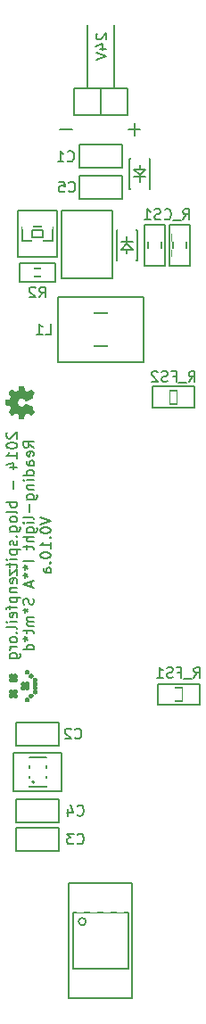
<source format=gbo>
%FSLAX34Y34*%
G04 Gerber Fmt 3.4, Leading zero omitted, Abs format*
G04 (created by PCBNEW (2014-05-28 BZR 4896)-product) date Wed 28 May 2014 11:15:43 PM CEST*
%MOIN*%
G01*
G70*
G90*
G04 APERTURE LIST*
%ADD10C,0.005906*%
%ADD11C,0.007874*%
%ADD12C,0.000100*%
%ADD13C,0.003937*%
%ADD14R,0.027600X0.063000*%
%ADD15R,0.039400X0.086600*%
%ADD16R,0.070866X0.133858*%
%ADD17R,0.065000X0.065000*%
%ADD18C,0.065000*%
%ADD19R,0.059000X0.051100*%
%ADD20R,0.098400X0.177200*%
%ADD21R,0.051100X0.059000*%
%ADD22R,0.070866X0.070866*%
%ADD23R,0.039370X0.055118*%
%ADD24R,0.027559X0.086614*%
%ADD25R,0.039300X0.043300*%
%ADD26R,0.049213X0.025591*%
G04 APERTURE END LIST*
G54D10*
G54D11*
X26428Y-19294D02*
X26878Y-19294D01*
X28987Y-19294D02*
X29437Y-19294D01*
X29212Y-19519D02*
X29212Y-19069D01*
X27814Y-15712D02*
X27795Y-15731D01*
X27776Y-15768D01*
X27776Y-15862D01*
X27795Y-15899D01*
X27814Y-15918D01*
X27851Y-15937D01*
X27889Y-15937D01*
X27945Y-15918D01*
X28170Y-15693D01*
X28170Y-15937D01*
X27907Y-16274D02*
X28170Y-16274D01*
X27757Y-16181D02*
X28038Y-16087D01*
X28038Y-16331D01*
X27776Y-16424D02*
X28170Y-16556D01*
X27776Y-16687D01*
X24467Y-30614D02*
X24448Y-30633D01*
X24430Y-30671D01*
X24430Y-30764D01*
X24448Y-30802D01*
X24467Y-30821D01*
X24505Y-30839D01*
X24542Y-30839D01*
X24598Y-30821D01*
X24823Y-30596D01*
X24823Y-30839D01*
X24430Y-31083D02*
X24430Y-31121D01*
X24448Y-31158D01*
X24467Y-31177D01*
X24505Y-31196D01*
X24580Y-31214D01*
X24673Y-31214D01*
X24748Y-31196D01*
X24786Y-31177D01*
X24805Y-31158D01*
X24823Y-31121D01*
X24823Y-31083D01*
X24805Y-31046D01*
X24786Y-31027D01*
X24748Y-31008D01*
X24673Y-30989D01*
X24580Y-30989D01*
X24505Y-31008D01*
X24467Y-31027D01*
X24448Y-31046D01*
X24430Y-31083D01*
X24823Y-31589D02*
X24823Y-31364D01*
X24823Y-31477D02*
X24430Y-31477D01*
X24486Y-31439D01*
X24523Y-31402D01*
X24542Y-31364D01*
X24561Y-31927D02*
X24823Y-31927D01*
X24411Y-31833D02*
X24692Y-31739D01*
X24692Y-31983D01*
X24673Y-32433D02*
X24673Y-32733D01*
X24823Y-33220D02*
X24430Y-33220D01*
X24580Y-33220D02*
X24561Y-33258D01*
X24561Y-33333D01*
X24580Y-33370D01*
X24598Y-33389D01*
X24636Y-33408D01*
X24748Y-33408D01*
X24786Y-33389D01*
X24805Y-33370D01*
X24823Y-33333D01*
X24823Y-33258D01*
X24805Y-33220D01*
X24823Y-33633D02*
X24805Y-33595D01*
X24767Y-33577D01*
X24430Y-33577D01*
X24823Y-33839D02*
X24805Y-33802D01*
X24786Y-33783D01*
X24748Y-33764D01*
X24636Y-33764D01*
X24598Y-33783D01*
X24580Y-33802D01*
X24561Y-33839D01*
X24561Y-33895D01*
X24580Y-33933D01*
X24598Y-33952D01*
X24636Y-33970D01*
X24748Y-33970D01*
X24786Y-33952D01*
X24805Y-33933D01*
X24823Y-33895D01*
X24823Y-33839D01*
X24561Y-34308D02*
X24880Y-34308D01*
X24917Y-34289D01*
X24936Y-34270D01*
X24955Y-34233D01*
X24955Y-34176D01*
X24936Y-34139D01*
X24805Y-34308D02*
X24823Y-34270D01*
X24823Y-34195D01*
X24805Y-34158D01*
X24786Y-34139D01*
X24748Y-34120D01*
X24636Y-34120D01*
X24598Y-34139D01*
X24580Y-34158D01*
X24561Y-34195D01*
X24561Y-34270D01*
X24580Y-34308D01*
X24786Y-34495D02*
X24805Y-34514D01*
X24823Y-34495D01*
X24805Y-34476D01*
X24786Y-34495D01*
X24823Y-34495D01*
X24805Y-34664D02*
X24823Y-34701D01*
X24823Y-34776D01*
X24805Y-34814D01*
X24767Y-34833D01*
X24748Y-34833D01*
X24711Y-34814D01*
X24692Y-34776D01*
X24692Y-34720D01*
X24673Y-34683D01*
X24636Y-34664D01*
X24617Y-34664D01*
X24580Y-34683D01*
X24561Y-34720D01*
X24561Y-34776D01*
X24580Y-34814D01*
X24561Y-35001D02*
X24955Y-35001D01*
X24580Y-35001D02*
X24561Y-35039D01*
X24561Y-35114D01*
X24580Y-35151D01*
X24598Y-35170D01*
X24636Y-35189D01*
X24748Y-35189D01*
X24786Y-35170D01*
X24805Y-35151D01*
X24823Y-35114D01*
X24823Y-35039D01*
X24805Y-35001D01*
X24823Y-35358D02*
X24561Y-35358D01*
X24430Y-35358D02*
X24448Y-35339D01*
X24467Y-35358D01*
X24448Y-35376D01*
X24430Y-35358D01*
X24467Y-35358D01*
X24561Y-35489D02*
X24561Y-35639D01*
X24430Y-35545D02*
X24767Y-35545D01*
X24805Y-35564D01*
X24823Y-35601D01*
X24823Y-35639D01*
X24561Y-35733D02*
X24561Y-35939D01*
X24823Y-35733D01*
X24823Y-35939D01*
X24805Y-36239D02*
X24823Y-36201D01*
X24823Y-36126D01*
X24805Y-36089D01*
X24767Y-36070D01*
X24617Y-36070D01*
X24580Y-36089D01*
X24561Y-36126D01*
X24561Y-36201D01*
X24580Y-36239D01*
X24617Y-36257D01*
X24655Y-36257D01*
X24692Y-36070D01*
X24561Y-36426D02*
X24823Y-36426D01*
X24598Y-36426D02*
X24580Y-36445D01*
X24561Y-36482D01*
X24561Y-36539D01*
X24580Y-36576D01*
X24617Y-36595D01*
X24823Y-36595D01*
X24561Y-36782D02*
X24955Y-36782D01*
X24580Y-36782D02*
X24561Y-36820D01*
X24561Y-36895D01*
X24580Y-36932D01*
X24598Y-36951D01*
X24636Y-36970D01*
X24748Y-36970D01*
X24786Y-36951D01*
X24805Y-36932D01*
X24823Y-36895D01*
X24823Y-36820D01*
X24805Y-36782D01*
X24561Y-37082D02*
X24561Y-37232D01*
X24823Y-37139D02*
X24486Y-37139D01*
X24448Y-37157D01*
X24430Y-37195D01*
X24430Y-37232D01*
X24805Y-37514D02*
X24823Y-37476D01*
X24823Y-37401D01*
X24805Y-37364D01*
X24767Y-37345D01*
X24617Y-37345D01*
X24580Y-37364D01*
X24561Y-37401D01*
X24561Y-37476D01*
X24580Y-37514D01*
X24617Y-37532D01*
X24655Y-37532D01*
X24692Y-37345D01*
X24823Y-37701D02*
X24561Y-37701D01*
X24430Y-37701D02*
X24448Y-37682D01*
X24467Y-37701D01*
X24448Y-37720D01*
X24430Y-37701D01*
X24467Y-37701D01*
X24823Y-37945D02*
X24805Y-37907D01*
X24767Y-37889D01*
X24430Y-37889D01*
X24786Y-38095D02*
X24805Y-38113D01*
X24823Y-38095D01*
X24805Y-38076D01*
X24786Y-38095D01*
X24823Y-38095D01*
X24823Y-38338D02*
X24805Y-38301D01*
X24786Y-38282D01*
X24748Y-38263D01*
X24636Y-38263D01*
X24598Y-38282D01*
X24580Y-38301D01*
X24561Y-38338D01*
X24561Y-38395D01*
X24580Y-38432D01*
X24598Y-38451D01*
X24636Y-38470D01*
X24748Y-38470D01*
X24786Y-38451D01*
X24805Y-38432D01*
X24823Y-38395D01*
X24823Y-38338D01*
X24823Y-38638D02*
X24561Y-38638D01*
X24636Y-38638D02*
X24598Y-38657D01*
X24580Y-38676D01*
X24561Y-38713D01*
X24561Y-38751D01*
X24561Y-39051D02*
X24880Y-39051D01*
X24917Y-39032D01*
X24936Y-39013D01*
X24955Y-38976D01*
X24955Y-38920D01*
X24936Y-38882D01*
X24805Y-39051D02*
X24823Y-39013D01*
X24823Y-38938D01*
X24805Y-38901D01*
X24786Y-38882D01*
X24748Y-38863D01*
X24636Y-38863D01*
X24598Y-38882D01*
X24580Y-38901D01*
X24561Y-38938D01*
X24561Y-39013D01*
X24580Y-39051D01*
X25453Y-31177D02*
X25266Y-31046D01*
X25453Y-30952D02*
X25059Y-30952D01*
X25059Y-31102D01*
X25078Y-31139D01*
X25097Y-31158D01*
X25134Y-31177D01*
X25191Y-31177D01*
X25228Y-31158D01*
X25247Y-31139D01*
X25266Y-31102D01*
X25266Y-30952D01*
X25434Y-31496D02*
X25453Y-31458D01*
X25453Y-31383D01*
X25434Y-31346D01*
X25397Y-31327D01*
X25247Y-31327D01*
X25209Y-31346D01*
X25191Y-31383D01*
X25191Y-31458D01*
X25209Y-31496D01*
X25247Y-31514D01*
X25284Y-31514D01*
X25322Y-31327D01*
X25453Y-31852D02*
X25247Y-31852D01*
X25209Y-31833D01*
X25191Y-31796D01*
X25191Y-31721D01*
X25209Y-31683D01*
X25434Y-31852D02*
X25453Y-31814D01*
X25453Y-31721D01*
X25434Y-31683D01*
X25397Y-31664D01*
X25359Y-31664D01*
X25322Y-31683D01*
X25303Y-31721D01*
X25303Y-31814D01*
X25284Y-31852D01*
X25453Y-32208D02*
X25059Y-32208D01*
X25434Y-32208D02*
X25453Y-32170D01*
X25453Y-32095D01*
X25434Y-32058D01*
X25416Y-32039D01*
X25378Y-32020D01*
X25266Y-32020D01*
X25228Y-32039D01*
X25209Y-32058D01*
X25191Y-32095D01*
X25191Y-32170D01*
X25209Y-32208D01*
X25453Y-32395D02*
X25191Y-32395D01*
X25059Y-32395D02*
X25078Y-32377D01*
X25097Y-32395D01*
X25078Y-32414D01*
X25059Y-32395D01*
X25097Y-32395D01*
X25191Y-32583D02*
X25453Y-32583D01*
X25228Y-32583D02*
X25209Y-32602D01*
X25191Y-32639D01*
X25191Y-32695D01*
X25209Y-32733D01*
X25247Y-32752D01*
X25453Y-32752D01*
X25191Y-33108D02*
X25509Y-33108D01*
X25547Y-33089D01*
X25566Y-33070D01*
X25584Y-33033D01*
X25584Y-32977D01*
X25566Y-32939D01*
X25434Y-33108D02*
X25453Y-33070D01*
X25453Y-32995D01*
X25434Y-32958D01*
X25416Y-32939D01*
X25378Y-32920D01*
X25266Y-32920D01*
X25228Y-32939D01*
X25209Y-32958D01*
X25191Y-32995D01*
X25191Y-33070D01*
X25209Y-33108D01*
X25303Y-33295D02*
X25303Y-33595D01*
X25453Y-33839D02*
X25434Y-33802D01*
X25397Y-33783D01*
X25059Y-33783D01*
X25453Y-33989D02*
X25191Y-33989D01*
X25059Y-33989D02*
X25078Y-33970D01*
X25097Y-33989D01*
X25078Y-34008D01*
X25059Y-33989D01*
X25097Y-33989D01*
X25191Y-34345D02*
X25509Y-34345D01*
X25547Y-34326D01*
X25566Y-34308D01*
X25584Y-34270D01*
X25584Y-34214D01*
X25566Y-34176D01*
X25434Y-34345D02*
X25453Y-34308D01*
X25453Y-34233D01*
X25434Y-34195D01*
X25416Y-34176D01*
X25378Y-34158D01*
X25266Y-34158D01*
X25228Y-34176D01*
X25209Y-34195D01*
X25191Y-34233D01*
X25191Y-34308D01*
X25209Y-34345D01*
X25453Y-34533D02*
X25059Y-34533D01*
X25453Y-34701D02*
X25247Y-34701D01*
X25209Y-34683D01*
X25191Y-34645D01*
X25191Y-34589D01*
X25209Y-34551D01*
X25228Y-34533D01*
X25191Y-34833D02*
X25191Y-34983D01*
X25059Y-34889D02*
X25397Y-34889D01*
X25434Y-34908D01*
X25453Y-34945D01*
X25453Y-34983D01*
X25453Y-35414D02*
X25059Y-35414D01*
X25059Y-35658D02*
X25153Y-35658D01*
X25116Y-35564D02*
X25153Y-35658D01*
X25116Y-35751D01*
X25228Y-35601D02*
X25153Y-35658D01*
X25228Y-35714D01*
X25059Y-35958D02*
X25153Y-35958D01*
X25116Y-35864D02*
X25153Y-35958D01*
X25116Y-36051D01*
X25228Y-35901D02*
X25153Y-35958D01*
X25228Y-36014D01*
X25341Y-36182D02*
X25341Y-36370D01*
X25453Y-36145D02*
X25059Y-36276D01*
X25453Y-36407D01*
X25434Y-36820D02*
X25453Y-36876D01*
X25453Y-36970D01*
X25434Y-37007D01*
X25416Y-37026D01*
X25378Y-37045D01*
X25341Y-37045D01*
X25303Y-37026D01*
X25284Y-37007D01*
X25266Y-36970D01*
X25247Y-36895D01*
X25228Y-36857D01*
X25209Y-36839D01*
X25172Y-36820D01*
X25134Y-36820D01*
X25097Y-36839D01*
X25078Y-36857D01*
X25059Y-36895D01*
X25059Y-36989D01*
X25078Y-37045D01*
X25059Y-37270D02*
X25153Y-37270D01*
X25116Y-37176D02*
X25153Y-37270D01*
X25116Y-37364D01*
X25228Y-37214D02*
X25153Y-37270D01*
X25228Y-37326D01*
X25453Y-37514D02*
X25191Y-37514D01*
X25228Y-37514D02*
X25209Y-37532D01*
X25191Y-37570D01*
X25191Y-37626D01*
X25209Y-37664D01*
X25247Y-37682D01*
X25453Y-37682D01*
X25247Y-37682D02*
X25209Y-37701D01*
X25191Y-37739D01*
X25191Y-37795D01*
X25209Y-37832D01*
X25247Y-37851D01*
X25453Y-37851D01*
X25191Y-37982D02*
X25191Y-38132D01*
X25059Y-38038D02*
X25397Y-38038D01*
X25434Y-38057D01*
X25453Y-38095D01*
X25453Y-38132D01*
X25059Y-38320D02*
X25153Y-38320D01*
X25116Y-38226D02*
X25153Y-38320D01*
X25116Y-38413D01*
X25228Y-38263D02*
X25153Y-38320D01*
X25228Y-38376D01*
X25453Y-38732D02*
X25059Y-38732D01*
X25434Y-38732D02*
X25453Y-38695D01*
X25453Y-38620D01*
X25434Y-38582D01*
X25416Y-38563D01*
X25378Y-38545D01*
X25266Y-38545D01*
X25228Y-38563D01*
X25209Y-38582D01*
X25191Y-38620D01*
X25191Y-38695D01*
X25209Y-38732D01*
X25689Y-33783D02*
X26083Y-33914D01*
X25689Y-34045D01*
X25689Y-34251D02*
X25689Y-34289D01*
X25708Y-34326D01*
X25727Y-34345D01*
X25764Y-34364D01*
X25839Y-34383D01*
X25933Y-34383D01*
X26008Y-34364D01*
X26046Y-34345D01*
X26064Y-34326D01*
X26083Y-34289D01*
X26083Y-34251D01*
X26064Y-34214D01*
X26046Y-34195D01*
X26008Y-34176D01*
X25933Y-34158D01*
X25839Y-34158D01*
X25764Y-34176D01*
X25727Y-34195D01*
X25708Y-34214D01*
X25689Y-34251D01*
X26046Y-34551D02*
X26064Y-34570D01*
X26083Y-34551D01*
X26064Y-34533D01*
X26046Y-34551D01*
X26083Y-34551D01*
X26083Y-34945D02*
X26083Y-34720D01*
X26083Y-34833D02*
X25689Y-34833D01*
X25746Y-34795D01*
X25783Y-34758D01*
X25802Y-34720D01*
X25689Y-35189D02*
X25689Y-35226D01*
X25708Y-35264D01*
X25727Y-35283D01*
X25764Y-35301D01*
X25839Y-35320D01*
X25933Y-35320D01*
X26008Y-35301D01*
X26046Y-35283D01*
X26064Y-35264D01*
X26083Y-35226D01*
X26083Y-35189D01*
X26064Y-35151D01*
X26046Y-35133D01*
X26008Y-35114D01*
X25933Y-35095D01*
X25839Y-35095D01*
X25764Y-35114D01*
X25727Y-35133D01*
X25708Y-35151D01*
X25689Y-35189D01*
X26046Y-35489D02*
X26064Y-35508D01*
X26083Y-35489D01*
X26064Y-35470D01*
X26046Y-35489D01*
X26083Y-35489D01*
X26083Y-35845D02*
X25877Y-35845D01*
X25839Y-35826D01*
X25821Y-35789D01*
X25821Y-35714D01*
X25839Y-35676D01*
X26064Y-35845D02*
X26083Y-35808D01*
X26083Y-35714D01*
X26064Y-35676D01*
X26027Y-35658D01*
X25989Y-35658D01*
X25952Y-35676D01*
X25933Y-35714D01*
X25933Y-35808D01*
X25914Y-35845D01*
X28385Y-22322D02*
X26495Y-22322D01*
X26495Y-22322D02*
X26495Y-24842D01*
X26495Y-24842D02*
X28385Y-24842D01*
X28385Y-24842D02*
X28385Y-22322D01*
X30235Y-23782D02*
X30235Y-24037D01*
X30235Y-24037D02*
X29684Y-24037D01*
X29684Y-23782D02*
X29684Y-24037D01*
X30235Y-23782D02*
X29684Y-23782D01*
X30235Y-23202D02*
X30235Y-23458D01*
X30235Y-23458D02*
X29684Y-23458D01*
X29684Y-23202D02*
X29684Y-23458D01*
X30235Y-23202D02*
X29684Y-23202D01*
X29710Y-23461D02*
X29710Y-23783D01*
X30210Y-23461D02*
X30210Y-23783D01*
X29573Y-22846D02*
X29573Y-24398D01*
X29573Y-24398D02*
X30347Y-24398D01*
X30347Y-24398D02*
X30347Y-22846D01*
X30347Y-22846D02*
X29573Y-22846D01*
X29547Y-25551D02*
X26358Y-25551D01*
X26358Y-25551D02*
X26358Y-27992D01*
X26358Y-27992D02*
X29547Y-27992D01*
X29547Y-27992D02*
X29547Y-25551D01*
X28892Y-27421D02*
X28517Y-27421D01*
X28517Y-27421D02*
X28517Y-26122D01*
X28892Y-26122D02*
X28517Y-26122D01*
X28892Y-27421D02*
X28892Y-26122D01*
X27382Y-27421D02*
X27008Y-27421D01*
X27008Y-27421D02*
X27008Y-26122D01*
X27382Y-26122D02*
X27008Y-26122D01*
X27382Y-27421D02*
X27382Y-26122D01*
X28532Y-26141D02*
X27372Y-26141D01*
X28522Y-27401D02*
X27372Y-27401D01*
G54D12*
G36*
X25451Y-29846D02*
X25448Y-29839D01*
X25439Y-29826D01*
X25426Y-29806D01*
X25411Y-29783D01*
X25395Y-29759D01*
X25382Y-29740D01*
X25373Y-29726D01*
X25370Y-29721D01*
X25371Y-29718D01*
X25377Y-29707D01*
X25385Y-29691D01*
X25390Y-29681D01*
X25396Y-29666D01*
X25398Y-29659D01*
X25396Y-29658D01*
X25384Y-29652D01*
X25365Y-29644D01*
X25339Y-29633D01*
X25309Y-29620D01*
X25277Y-29606D01*
X25244Y-29593D01*
X25213Y-29580D01*
X25184Y-29568D01*
X25161Y-29559D01*
X25145Y-29553D01*
X25138Y-29550D01*
X25137Y-29551D01*
X25130Y-29558D01*
X25120Y-29571D01*
X25097Y-29599D01*
X25063Y-29627D01*
X25024Y-29644D01*
X24980Y-29649D01*
X24940Y-29645D01*
X24902Y-29629D01*
X24867Y-29602D01*
X24841Y-29569D01*
X24825Y-29531D01*
X24820Y-29488D01*
X24824Y-29447D01*
X24840Y-29408D01*
X24866Y-29373D01*
X24883Y-29358D01*
X24919Y-29338D01*
X24956Y-29326D01*
X24965Y-29325D01*
X25007Y-29327D01*
X25047Y-29339D01*
X25082Y-29361D01*
X25111Y-29391D01*
X25114Y-29395D01*
X25125Y-29409D01*
X25132Y-29419D01*
X25138Y-29426D01*
X25265Y-29373D01*
X25285Y-29365D01*
X25320Y-29350D01*
X25350Y-29338D01*
X25374Y-29327D01*
X25390Y-29320D01*
X25396Y-29317D01*
X25396Y-29317D01*
X25397Y-29312D01*
X25394Y-29303D01*
X25385Y-29285D01*
X25379Y-29273D01*
X25373Y-29260D01*
X25370Y-29254D01*
X25373Y-29248D01*
X25381Y-29235D01*
X25394Y-29217D01*
X25409Y-29194D01*
X25424Y-29172D01*
X25437Y-29152D01*
X25447Y-29138D01*
X25450Y-29131D01*
X25450Y-29130D01*
X25447Y-29123D01*
X25437Y-29112D01*
X25421Y-29095D01*
X25397Y-29070D01*
X25393Y-29066D01*
X25373Y-29046D01*
X25355Y-29030D01*
X25343Y-29019D01*
X25338Y-29015D01*
X25338Y-29015D01*
X25331Y-29019D01*
X25316Y-29028D01*
X25296Y-29041D01*
X25272Y-29057D01*
X25211Y-29099D01*
X25154Y-29076D01*
X25136Y-29069D01*
X25114Y-29060D01*
X25099Y-29053D01*
X25092Y-29050D01*
X25090Y-29043D01*
X25086Y-29028D01*
X25082Y-29005D01*
X25077Y-28977D01*
X25072Y-28951D01*
X25067Y-28928D01*
X25064Y-28911D01*
X25063Y-28903D01*
X25061Y-28901D01*
X25058Y-28900D01*
X25050Y-28899D01*
X25035Y-28898D01*
X25013Y-28898D01*
X24980Y-28898D01*
X24977Y-28898D01*
X24946Y-28898D01*
X24921Y-28899D01*
X24906Y-28900D01*
X24899Y-28901D01*
X24899Y-28901D01*
X24897Y-28908D01*
X24894Y-28925D01*
X24889Y-28948D01*
X24884Y-28976D01*
X24884Y-28978D01*
X24878Y-29006D01*
X24873Y-29029D01*
X24870Y-29046D01*
X24867Y-29053D01*
X24865Y-29054D01*
X24854Y-29060D01*
X24837Y-29068D01*
X24816Y-29077D01*
X24794Y-29086D01*
X24774Y-29094D01*
X24760Y-29099D01*
X24753Y-29101D01*
X24753Y-29101D01*
X24746Y-29097D01*
X24732Y-29087D01*
X24712Y-29073D01*
X24688Y-29057D01*
X24686Y-29056D01*
X24662Y-29040D01*
X24642Y-29027D01*
X24628Y-29018D01*
X24622Y-29015D01*
X24621Y-29015D01*
X24614Y-29020D01*
X24601Y-29032D01*
X24583Y-29050D01*
X24562Y-29070D01*
X24556Y-29077D01*
X24533Y-29100D01*
X24519Y-29116D01*
X24511Y-29126D01*
X24509Y-29130D01*
X24509Y-29131D01*
X24513Y-29138D01*
X24523Y-29153D01*
X24537Y-29173D01*
X24553Y-29197D01*
X24554Y-29198D01*
X24570Y-29222D01*
X24584Y-29242D01*
X24593Y-29256D01*
X24596Y-29262D01*
X24596Y-29263D01*
X24594Y-29272D01*
X24588Y-29289D01*
X24580Y-29310D01*
X24571Y-29332D01*
X24563Y-29352D01*
X24556Y-29366D01*
X24552Y-29373D01*
X24552Y-29374D01*
X24543Y-29376D01*
X24525Y-29380D01*
X24501Y-29385D01*
X24472Y-29391D01*
X24468Y-29392D01*
X24439Y-29397D01*
X24416Y-29401D01*
X24400Y-29405D01*
X24393Y-29406D01*
X24393Y-29410D01*
X24392Y-29424D01*
X24391Y-29445D01*
X24391Y-29471D01*
X24391Y-29497D01*
X24391Y-29523D01*
X24392Y-29545D01*
X24393Y-29561D01*
X24395Y-29568D01*
X24395Y-29568D01*
X24404Y-29570D01*
X24421Y-29574D01*
X24446Y-29579D01*
X24475Y-29585D01*
X24480Y-29586D01*
X24508Y-29591D01*
X24531Y-29596D01*
X24547Y-29599D01*
X24553Y-29601D01*
X24554Y-29603D01*
X24560Y-29615D01*
X24567Y-29634D01*
X24577Y-29657D01*
X24599Y-29711D01*
X24553Y-29777D01*
X24549Y-29783D01*
X24533Y-29807D01*
X24520Y-29827D01*
X24511Y-29841D01*
X24508Y-29846D01*
X24508Y-29847D01*
X24514Y-29853D01*
X24526Y-29866D01*
X24544Y-29884D01*
X24564Y-29905D01*
X24580Y-29921D01*
X24598Y-29939D01*
X24611Y-29950D01*
X24619Y-29957D01*
X24624Y-29959D01*
X24627Y-29958D01*
X24634Y-29954D01*
X24648Y-29944D01*
X24669Y-29931D01*
X24692Y-29915D01*
X24712Y-29901D01*
X24734Y-29887D01*
X24750Y-29878D01*
X24757Y-29874D01*
X24761Y-29875D01*
X24774Y-29880D01*
X24793Y-29888D01*
X24817Y-29898D01*
X24869Y-29921D01*
X24876Y-29955D01*
X24880Y-29976D01*
X24885Y-30005D01*
X24891Y-30033D01*
X24899Y-30077D01*
X25058Y-30078D01*
X25061Y-30071D01*
X25063Y-30065D01*
X25067Y-30049D01*
X25071Y-30026D01*
X25076Y-29999D01*
X25081Y-29975D01*
X25085Y-29952D01*
X25088Y-29935D01*
X25090Y-29928D01*
X25092Y-29926D01*
X25104Y-29920D01*
X25122Y-29912D01*
X25143Y-29903D01*
X25166Y-29893D01*
X25186Y-29885D01*
X25202Y-29879D01*
X25210Y-29877D01*
X25216Y-29880D01*
X25230Y-29889D01*
X25250Y-29902D01*
X25273Y-29918D01*
X25296Y-29934D01*
X25316Y-29947D01*
X25330Y-29957D01*
X25337Y-29960D01*
X25341Y-29958D01*
X25352Y-29949D01*
X25370Y-29932D01*
X25396Y-29906D01*
X25400Y-29901D01*
X25420Y-29881D01*
X25436Y-29863D01*
X25447Y-29851D01*
X25451Y-29846D01*
X25451Y-29846D01*
G37*
X25451Y-29846D02*
X25448Y-29839D01*
X25439Y-29826D01*
X25426Y-29806D01*
X25411Y-29783D01*
X25395Y-29759D01*
X25382Y-29740D01*
X25373Y-29726D01*
X25370Y-29721D01*
X25371Y-29718D01*
X25377Y-29707D01*
X25385Y-29691D01*
X25390Y-29681D01*
X25396Y-29666D01*
X25398Y-29659D01*
X25396Y-29658D01*
X25384Y-29652D01*
X25365Y-29644D01*
X25339Y-29633D01*
X25309Y-29620D01*
X25277Y-29606D01*
X25244Y-29593D01*
X25213Y-29580D01*
X25184Y-29568D01*
X25161Y-29559D01*
X25145Y-29553D01*
X25138Y-29550D01*
X25137Y-29551D01*
X25130Y-29558D01*
X25120Y-29571D01*
X25097Y-29599D01*
X25063Y-29627D01*
X25024Y-29644D01*
X24980Y-29649D01*
X24940Y-29645D01*
X24902Y-29629D01*
X24867Y-29602D01*
X24841Y-29569D01*
X24825Y-29531D01*
X24820Y-29488D01*
X24824Y-29447D01*
X24840Y-29408D01*
X24866Y-29373D01*
X24883Y-29358D01*
X24919Y-29338D01*
X24956Y-29326D01*
X24965Y-29325D01*
X25007Y-29327D01*
X25047Y-29339D01*
X25082Y-29361D01*
X25111Y-29391D01*
X25114Y-29395D01*
X25125Y-29409D01*
X25132Y-29419D01*
X25138Y-29426D01*
X25265Y-29373D01*
X25285Y-29365D01*
X25320Y-29350D01*
X25350Y-29338D01*
X25374Y-29327D01*
X25390Y-29320D01*
X25396Y-29317D01*
X25396Y-29317D01*
X25397Y-29312D01*
X25394Y-29303D01*
X25385Y-29285D01*
X25379Y-29273D01*
X25373Y-29260D01*
X25370Y-29254D01*
X25373Y-29248D01*
X25381Y-29235D01*
X25394Y-29217D01*
X25409Y-29194D01*
X25424Y-29172D01*
X25437Y-29152D01*
X25447Y-29138D01*
X25450Y-29131D01*
X25450Y-29130D01*
X25447Y-29123D01*
X25437Y-29112D01*
X25421Y-29095D01*
X25397Y-29070D01*
X25393Y-29066D01*
X25373Y-29046D01*
X25355Y-29030D01*
X25343Y-29019D01*
X25338Y-29015D01*
X25338Y-29015D01*
X25331Y-29019D01*
X25316Y-29028D01*
X25296Y-29041D01*
X25272Y-29057D01*
X25211Y-29099D01*
X25154Y-29076D01*
X25136Y-29069D01*
X25114Y-29060D01*
X25099Y-29053D01*
X25092Y-29050D01*
X25090Y-29043D01*
X25086Y-29028D01*
X25082Y-29005D01*
X25077Y-28977D01*
X25072Y-28951D01*
X25067Y-28928D01*
X25064Y-28911D01*
X25063Y-28903D01*
X25061Y-28901D01*
X25058Y-28900D01*
X25050Y-28899D01*
X25035Y-28898D01*
X25013Y-28898D01*
X24980Y-28898D01*
X24977Y-28898D01*
X24946Y-28898D01*
X24921Y-28899D01*
X24906Y-28900D01*
X24899Y-28901D01*
X24899Y-28901D01*
X24897Y-28908D01*
X24894Y-28925D01*
X24889Y-28948D01*
X24884Y-28976D01*
X24884Y-28978D01*
X24878Y-29006D01*
X24873Y-29029D01*
X24870Y-29046D01*
X24867Y-29053D01*
X24865Y-29054D01*
X24854Y-29060D01*
X24837Y-29068D01*
X24816Y-29077D01*
X24794Y-29086D01*
X24774Y-29094D01*
X24760Y-29099D01*
X24753Y-29101D01*
X24753Y-29101D01*
X24746Y-29097D01*
X24732Y-29087D01*
X24712Y-29073D01*
X24688Y-29057D01*
X24686Y-29056D01*
X24662Y-29040D01*
X24642Y-29027D01*
X24628Y-29018D01*
X24622Y-29015D01*
X24621Y-29015D01*
X24614Y-29020D01*
X24601Y-29032D01*
X24583Y-29050D01*
X24562Y-29070D01*
X24556Y-29077D01*
X24533Y-29100D01*
X24519Y-29116D01*
X24511Y-29126D01*
X24509Y-29130D01*
X24509Y-29131D01*
X24513Y-29138D01*
X24523Y-29153D01*
X24537Y-29173D01*
X24553Y-29197D01*
X24554Y-29198D01*
X24570Y-29222D01*
X24584Y-29242D01*
X24593Y-29256D01*
X24596Y-29262D01*
X24596Y-29263D01*
X24594Y-29272D01*
X24588Y-29289D01*
X24580Y-29310D01*
X24571Y-29332D01*
X24563Y-29352D01*
X24556Y-29366D01*
X24552Y-29373D01*
X24552Y-29374D01*
X24543Y-29376D01*
X24525Y-29380D01*
X24501Y-29385D01*
X24472Y-29391D01*
X24468Y-29392D01*
X24439Y-29397D01*
X24416Y-29401D01*
X24400Y-29405D01*
X24393Y-29406D01*
X24393Y-29410D01*
X24392Y-29424D01*
X24391Y-29445D01*
X24391Y-29471D01*
X24391Y-29497D01*
X24391Y-29523D01*
X24392Y-29545D01*
X24393Y-29561D01*
X24395Y-29568D01*
X24395Y-29568D01*
X24404Y-29570D01*
X24421Y-29574D01*
X24446Y-29579D01*
X24475Y-29585D01*
X24480Y-29586D01*
X24508Y-29591D01*
X24531Y-29596D01*
X24547Y-29599D01*
X24553Y-29601D01*
X24554Y-29603D01*
X24560Y-29615D01*
X24567Y-29634D01*
X24577Y-29657D01*
X24599Y-29711D01*
X24553Y-29777D01*
X24549Y-29783D01*
X24533Y-29807D01*
X24520Y-29827D01*
X24511Y-29841D01*
X24508Y-29846D01*
X24508Y-29847D01*
X24514Y-29853D01*
X24526Y-29866D01*
X24544Y-29884D01*
X24564Y-29905D01*
X24580Y-29921D01*
X24598Y-29939D01*
X24611Y-29950D01*
X24619Y-29957D01*
X24624Y-29959D01*
X24627Y-29958D01*
X24634Y-29954D01*
X24648Y-29944D01*
X24669Y-29931D01*
X24692Y-29915D01*
X24712Y-29901D01*
X24734Y-29887D01*
X24750Y-29878D01*
X24757Y-29874D01*
X24761Y-29875D01*
X24774Y-29880D01*
X24793Y-29888D01*
X24817Y-29898D01*
X24869Y-29921D01*
X24876Y-29955D01*
X24880Y-29976D01*
X24885Y-30005D01*
X24891Y-30033D01*
X24899Y-30077D01*
X25058Y-30078D01*
X25061Y-30071D01*
X25063Y-30065D01*
X25067Y-30049D01*
X25071Y-30026D01*
X25076Y-29999D01*
X25081Y-29975D01*
X25085Y-29952D01*
X25088Y-29935D01*
X25090Y-29928D01*
X25092Y-29926D01*
X25104Y-29920D01*
X25122Y-29912D01*
X25143Y-29903D01*
X25166Y-29893D01*
X25186Y-29885D01*
X25202Y-29879D01*
X25210Y-29877D01*
X25216Y-29880D01*
X25230Y-29889D01*
X25250Y-29902D01*
X25273Y-29918D01*
X25296Y-29934D01*
X25316Y-29947D01*
X25330Y-29957D01*
X25337Y-29960D01*
X25341Y-29958D01*
X25352Y-29949D01*
X25370Y-29932D01*
X25396Y-29906D01*
X25400Y-29901D01*
X25420Y-29881D01*
X25436Y-29863D01*
X25447Y-29851D01*
X25451Y-29846D01*
G36*
X25555Y-39855D02*
X25553Y-39840D01*
X25549Y-39827D01*
X25546Y-39821D01*
X25537Y-39808D01*
X25526Y-39798D01*
X25514Y-39791D01*
X25500Y-39786D01*
X25486Y-39783D01*
X25471Y-39784D01*
X25457Y-39787D01*
X25443Y-39794D01*
X25437Y-39798D01*
X25430Y-39804D01*
X25424Y-39811D01*
X25419Y-39817D01*
X25418Y-39819D01*
X25412Y-39832D01*
X25409Y-39845D01*
X25408Y-39860D01*
X25408Y-39865D01*
X25409Y-39873D01*
X25411Y-39880D01*
X25415Y-39888D01*
X25419Y-39897D01*
X25429Y-39909D01*
X25441Y-39918D01*
X25454Y-39926D01*
X25460Y-39928D01*
X25468Y-39930D01*
X25473Y-39931D01*
X25474Y-39931D01*
X25474Y-39931D01*
X25471Y-39931D01*
X25471Y-39931D01*
X25461Y-39934D01*
X25452Y-39937D01*
X25443Y-39942D01*
X25432Y-39950D01*
X25422Y-39961D01*
X25414Y-39974D01*
X25409Y-39989D01*
X25408Y-40004D01*
X25408Y-40008D01*
X25409Y-40020D01*
X25412Y-40031D01*
X25413Y-40033D01*
X25420Y-40046D01*
X25429Y-40057D01*
X25441Y-40066D01*
X25453Y-40073D01*
X25466Y-40077D01*
X25467Y-40077D01*
X25470Y-40078D01*
X25472Y-40078D01*
X25472Y-40078D01*
X25470Y-40078D01*
X25466Y-40079D01*
X25465Y-40079D01*
X25452Y-40084D01*
X25439Y-40091D01*
X25428Y-40100D01*
X25421Y-40109D01*
X25414Y-40122D01*
X25409Y-40136D01*
X25408Y-40152D01*
X25409Y-40163D01*
X25412Y-40177D01*
X25419Y-40191D01*
X25428Y-40203D01*
X25440Y-40212D01*
X25442Y-40214D01*
X25447Y-40217D01*
X25452Y-40219D01*
X25455Y-40220D01*
X25462Y-40223D01*
X25468Y-40224D01*
X25473Y-40225D01*
X25474Y-40225D01*
X25474Y-40225D01*
X25471Y-40226D01*
X25463Y-40227D01*
X25453Y-40231D01*
X25444Y-40235D01*
X25432Y-40244D01*
X25422Y-40256D01*
X25414Y-40269D01*
X25409Y-40283D01*
X25408Y-40298D01*
X25409Y-40312D01*
X25413Y-40327D01*
X25420Y-40340D01*
X25430Y-40352D01*
X25437Y-40358D01*
X25445Y-40363D01*
X25454Y-40368D01*
X25462Y-40370D01*
X25477Y-40373D01*
X25491Y-40372D01*
X25505Y-40369D01*
X25518Y-40363D01*
X25529Y-40355D01*
X25539Y-40345D01*
X25547Y-40333D01*
X25552Y-40320D01*
X25555Y-40305D01*
X25555Y-40303D01*
X25555Y-40288D01*
X25551Y-40274D01*
X25545Y-40261D01*
X25541Y-40256D01*
X25533Y-40246D01*
X25522Y-40237D01*
X25511Y-40231D01*
X25507Y-40230D01*
X25501Y-40228D01*
X25494Y-40226D01*
X25489Y-40225D01*
X25486Y-40225D01*
X25489Y-40225D01*
X25492Y-40225D01*
X25498Y-40223D01*
X25506Y-40221D01*
X25512Y-40219D01*
X25519Y-40215D01*
X25531Y-40206D01*
X25541Y-40195D01*
X25549Y-40182D01*
X25554Y-40167D01*
X25554Y-40165D01*
X25555Y-40155D01*
X25555Y-40144D01*
X25553Y-40134D01*
X25550Y-40124D01*
X25543Y-40111D01*
X25533Y-40098D01*
X25532Y-40098D01*
X25522Y-40089D01*
X25509Y-40083D01*
X25497Y-40079D01*
X25496Y-40079D01*
X25493Y-40078D01*
X25491Y-40078D01*
X25492Y-40078D01*
X25495Y-40077D01*
X25496Y-40077D01*
X25504Y-40075D01*
X25512Y-40072D01*
X25520Y-40067D01*
X25529Y-40061D01*
X25540Y-40050D01*
X25548Y-40037D01*
X25553Y-40022D01*
X25554Y-40020D01*
X25555Y-40010D01*
X25555Y-39999D01*
X25554Y-39989D01*
X25551Y-39981D01*
X25545Y-39967D01*
X25536Y-39955D01*
X25525Y-39945D01*
X25512Y-39937D01*
X25508Y-39936D01*
X25501Y-39933D01*
X25494Y-39932D01*
X25489Y-39931D01*
X25489Y-39931D01*
X25489Y-39931D01*
X25492Y-39930D01*
X25492Y-39930D01*
X25501Y-39928D01*
X25511Y-39924D01*
X25520Y-39920D01*
X25523Y-39918D01*
X25534Y-39909D01*
X25543Y-39897D01*
X25550Y-39884D01*
X25554Y-39870D01*
X25555Y-39855D01*
X25555Y-39855D01*
G37*
X25555Y-39855D02*
X25553Y-39840D01*
X25549Y-39827D01*
X25546Y-39821D01*
X25537Y-39808D01*
X25526Y-39798D01*
X25514Y-39791D01*
X25500Y-39786D01*
X25486Y-39783D01*
X25471Y-39784D01*
X25457Y-39787D01*
X25443Y-39794D01*
X25437Y-39798D01*
X25430Y-39804D01*
X25424Y-39811D01*
X25419Y-39817D01*
X25418Y-39819D01*
X25412Y-39832D01*
X25409Y-39845D01*
X25408Y-39860D01*
X25408Y-39865D01*
X25409Y-39873D01*
X25411Y-39880D01*
X25415Y-39888D01*
X25419Y-39897D01*
X25429Y-39909D01*
X25441Y-39918D01*
X25454Y-39926D01*
X25460Y-39928D01*
X25468Y-39930D01*
X25473Y-39931D01*
X25474Y-39931D01*
X25474Y-39931D01*
X25471Y-39931D01*
X25471Y-39931D01*
X25461Y-39934D01*
X25452Y-39937D01*
X25443Y-39942D01*
X25432Y-39950D01*
X25422Y-39961D01*
X25414Y-39974D01*
X25409Y-39989D01*
X25408Y-40004D01*
X25408Y-40008D01*
X25409Y-40020D01*
X25412Y-40031D01*
X25413Y-40033D01*
X25420Y-40046D01*
X25429Y-40057D01*
X25441Y-40066D01*
X25453Y-40073D01*
X25466Y-40077D01*
X25467Y-40077D01*
X25470Y-40078D01*
X25472Y-40078D01*
X25472Y-40078D01*
X25470Y-40078D01*
X25466Y-40079D01*
X25465Y-40079D01*
X25452Y-40084D01*
X25439Y-40091D01*
X25428Y-40100D01*
X25421Y-40109D01*
X25414Y-40122D01*
X25409Y-40136D01*
X25408Y-40152D01*
X25409Y-40163D01*
X25412Y-40177D01*
X25419Y-40191D01*
X25428Y-40203D01*
X25440Y-40212D01*
X25442Y-40214D01*
X25447Y-40217D01*
X25452Y-40219D01*
X25455Y-40220D01*
X25462Y-40223D01*
X25468Y-40224D01*
X25473Y-40225D01*
X25474Y-40225D01*
X25474Y-40225D01*
X25471Y-40226D01*
X25463Y-40227D01*
X25453Y-40231D01*
X25444Y-40235D01*
X25432Y-40244D01*
X25422Y-40256D01*
X25414Y-40269D01*
X25409Y-40283D01*
X25408Y-40298D01*
X25409Y-40312D01*
X25413Y-40327D01*
X25420Y-40340D01*
X25430Y-40352D01*
X25437Y-40358D01*
X25445Y-40363D01*
X25454Y-40368D01*
X25462Y-40370D01*
X25477Y-40373D01*
X25491Y-40372D01*
X25505Y-40369D01*
X25518Y-40363D01*
X25529Y-40355D01*
X25539Y-40345D01*
X25547Y-40333D01*
X25552Y-40320D01*
X25555Y-40305D01*
X25555Y-40303D01*
X25555Y-40288D01*
X25551Y-40274D01*
X25545Y-40261D01*
X25541Y-40256D01*
X25533Y-40246D01*
X25522Y-40237D01*
X25511Y-40231D01*
X25507Y-40230D01*
X25501Y-40228D01*
X25494Y-40226D01*
X25489Y-40225D01*
X25486Y-40225D01*
X25489Y-40225D01*
X25492Y-40225D01*
X25498Y-40223D01*
X25506Y-40221D01*
X25512Y-40219D01*
X25519Y-40215D01*
X25531Y-40206D01*
X25541Y-40195D01*
X25549Y-40182D01*
X25554Y-40167D01*
X25554Y-40165D01*
X25555Y-40155D01*
X25555Y-40144D01*
X25553Y-40134D01*
X25550Y-40124D01*
X25543Y-40111D01*
X25533Y-40098D01*
X25532Y-40098D01*
X25522Y-40089D01*
X25509Y-40083D01*
X25497Y-40079D01*
X25496Y-40079D01*
X25493Y-40078D01*
X25491Y-40078D01*
X25492Y-40078D01*
X25495Y-40077D01*
X25496Y-40077D01*
X25504Y-40075D01*
X25512Y-40072D01*
X25520Y-40067D01*
X25529Y-40061D01*
X25540Y-40050D01*
X25548Y-40037D01*
X25553Y-40022D01*
X25554Y-40020D01*
X25555Y-40010D01*
X25555Y-39999D01*
X25554Y-39989D01*
X25551Y-39981D01*
X25545Y-39967D01*
X25536Y-39955D01*
X25525Y-39945D01*
X25512Y-39937D01*
X25508Y-39936D01*
X25501Y-39933D01*
X25494Y-39932D01*
X25489Y-39931D01*
X25489Y-39931D01*
X25489Y-39931D01*
X25492Y-39930D01*
X25492Y-39930D01*
X25501Y-39928D01*
X25511Y-39924D01*
X25520Y-39920D01*
X25523Y-39918D01*
X25534Y-39909D01*
X25543Y-39897D01*
X25550Y-39884D01*
X25554Y-39870D01*
X25555Y-39855D01*
G36*
X25408Y-40451D02*
X25407Y-40442D01*
X25407Y-40434D01*
X25404Y-40424D01*
X25398Y-40410D01*
X25389Y-40398D01*
X25378Y-40388D01*
X25365Y-40380D01*
X25351Y-40375D01*
X25336Y-40373D01*
X25321Y-40374D01*
X25307Y-40378D01*
X25294Y-40384D01*
X25282Y-40394D01*
X25272Y-40406D01*
X25270Y-40409D01*
X25264Y-40424D01*
X25260Y-40438D01*
X25260Y-40454D01*
X25263Y-40469D01*
X25268Y-40481D01*
X25277Y-40494D01*
X25288Y-40504D01*
X25301Y-40513D01*
X25316Y-40518D01*
X25323Y-40520D01*
X25333Y-40520D01*
X25342Y-40520D01*
X25350Y-40519D01*
X25353Y-40518D01*
X25368Y-40512D01*
X25381Y-40504D01*
X25392Y-40492D01*
X25400Y-40479D01*
X25403Y-40473D01*
X25406Y-40464D01*
X25407Y-40456D01*
X25408Y-40451D01*
X25408Y-40451D01*
G37*
X25408Y-40451D02*
X25407Y-40442D01*
X25407Y-40434D01*
X25404Y-40424D01*
X25398Y-40410D01*
X25389Y-40398D01*
X25378Y-40388D01*
X25365Y-40380D01*
X25351Y-40375D01*
X25336Y-40373D01*
X25321Y-40374D01*
X25307Y-40378D01*
X25294Y-40384D01*
X25282Y-40394D01*
X25272Y-40406D01*
X25270Y-40409D01*
X25264Y-40424D01*
X25260Y-40438D01*
X25260Y-40454D01*
X25263Y-40469D01*
X25268Y-40481D01*
X25277Y-40494D01*
X25288Y-40504D01*
X25301Y-40513D01*
X25316Y-40518D01*
X25323Y-40520D01*
X25333Y-40520D01*
X25342Y-40520D01*
X25350Y-40519D01*
X25353Y-40518D01*
X25368Y-40512D01*
X25381Y-40504D01*
X25392Y-40492D01*
X25400Y-40479D01*
X25403Y-40473D01*
X25406Y-40464D01*
X25407Y-40456D01*
X25408Y-40451D01*
G36*
X25408Y-39708D02*
X25406Y-39693D01*
X25401Y-39678D01*
X25392Y-39664D01*
X25390Y-39661D01*
X25379Y-39651D01*
X25366Y-39643D01*
X25352Y-39638D01*
X25344Y-39636D01*
X25335Y-39636D01*
X25325Y-39636D01*
X25318Y-39637D01*
X25314Y-39638D01*
X25299Y-39644D01*
X25287Y-39652D01*
X25276Y-39663D01*
X25268Y-39676D01*
X25263Y-39690D01*
X25260Y-39705D01*
X25260Y-39711D01*
X25262Y-39726D01*
X25266Y-39740D01*
X25274Y-39752D01*
X25283Y-39763D01*
X25295Y-39772D01*
X25308Y-39778D01*
X25322Y-39782D01*
X25337Y-39783D01*
X25346Y-39782D01*
X25354Y-39780D01*
X25363Y-39777D01*
X25374Y-39771D01*
X25386Y-39762D01*
X25395Y-39750D01*
X25402Y-39737D01*
X25406Y-39723D01*
X25408Y-39708D01*
X25408Y-39708D01*
G37*
X25408Y-39708D02*
X25406Y-39693D01*
X25401Y-39678D01*
X25392Y-39664D01*
X25390Y-39661D01*
X25379Y-39651D01*
X25366Y-39643D01*
X25352Y-39638D01*
X25344Y-39636D01*
X25335Y-39636D01*
X25325Y-39636D01*
X25318Y-39637D01*
X25314Y-39638D01*
X25299Y-39644D01*
X25287Y-39652D01*
X25276Y-39663D01*
X25268Y-39676D01*
X25263Y-39690D01*
X25260Y-39705D01*
X25260Y-39711D01*
X25262Y-39726D01*
X25266Y-39740D01*
X25274Y-39752D01*
X25283Y-39763D01*
X25295Y-39772D01*
X25308Y-39778D01*
X25322Y-39782D01*
X25337Y-39783D01*
X25346Y-39782D01*
X25354Y-39780D01*
X25363Y-39777D01*
X25374Y-39771D01*
X25386Y-39762D01*
X25395Y-39750D01*
X25402Y-39737D01*
X25406Y-39723D01*
X25408Y-39708D01*
G36*
X25260Y-40598D02*
X25260Y-40588D01*
X25258Y-40579D01*
X25255Y-40568D01*
X25248Y-40555D01*
X25238Y-40542D01*
X25229Y-40534D01*
X25216Y-40527D01*
X25202Y-40522D01*
X25196Y-40521D01*
X25187Y-40521D01*
X25178Y-40521D01*
X25171Y-40522D01*
X25166Y-40523D01*
X25152Y-40529D01*
X25139Y-40537D01*
X25128Y-40548D01*
X25120Y-40562D01*
X25118Y-40567D01*
X25114Y-40576D01*
X25113Y-40586D01*
X25113Y-40597D01*
X25113Y-40604D01*
X25114Y-40612D01*
X25116Y-40619D01*
X25120Y-40627D01*
X25123Y-40632D01*
X25132Y-40644D01*
X25143Y-40654D01*
X25157Y-40662D01*
X25172Y-40667D01*
X25175Y-40667D01*
X25184Y-40668D01*
X25193Y-40668D01*
X25201Y-40667D01*
X25206Y-40666D01*
X25220Y-40660D01*
X25233Y-40651D01*
X25244Y-40641D01*
X25252Y-40627D01*
X25258Y-40613D01*
X25259Y-40608D01*
X25260Y-40598D01*
X25260Y-40598D01*
G37*
X25260Y-40598D02*
X25260Y-40588D01*
X25258Y-40579D01*
X25255Y-40568D01*
X25248Y-40555D01*
X25238Y-40542D01*
X25229Y-40534D01*
X25216Y-40527D01*
X25202Y-40522D01*
X25196Y-40521D01*
X25187Y-40521D01*
X25178Y-40521D01*
X25171Y-40522D01*
X25166Y-40523D01*
X25152Y-40529D01*
X25139Y-40537D01*
X25128Y-40548D01*
X25120Y-40562D01*
X25118Y-40567D01*
X25114Y-40576D01*
X25113Y-40586D01*
X25113Y-40597D01*
X25113Y-40604D01*
X25114Y-40612D01*
X25116Y-40619D01*
X25120Y-40627D01*
X25123Y-40632D01*
X25132Y-40644D01*
X25143Y-40654D01*
X25157Y-40662D01*
X25172Y-40667D01*
X25175Y-40667D01*
X25184Y-40668D01*
X25193Y-40668D01*
X25201Y-40667D01*
X25206Y-40666D01*
X25220Y-40660D01*
X25233Y-40651D01*
X25244Y-40641D01*
X25252Y-40627D01*
X25258Y-40613D01*
X25259Y-40608D01*
X25260Y-40598D01*
G36*
X25260Y-40006D02*
X25259Y-39992D01*
X25255Y-39978D01*
X25251Y-39969D01*
X25242Y-39957D01*
X25231Y-39946D01*
X25218Y-39938D01*
X25204Y-39933D01*
X25201Y-39932D01*
X25189Y-39931D01*
X25178Y-39931D01*
X25165Y-39934D01*
X25150Y-39940D01*
X25138Y-39949D01*
X25128Y-39960D01*
X25120Y-39973D01*
X25114Y-39988D01*
X25112Y-39997D01*
X25111Y-39992D01*
X25111Y-39991D01*
X25108Y-39981D01*
X25103Y-39970D01*
X25097Y-39959D01*
X25095Y-39958D01*
X25085Y-39947D01*
X25072Y-39939D01*
X25058Y-39934D01*
X25044Y-39931D01*
X25030Y-39931D01*
X25016Y-39935D01*
X25002Y-39941D01*
X25001Y-39941D01*
X24989Y-39951D01*
X24979Y-39962D01*
X24972Y-39974D01*
X24968Y-39988D01*
X24966Y-40002D01*
X24967Y-40016D01*
X24970Y-40030D01*
X24977Y-40043D01*
X24986Y-40056D01*
X24993Y-40062D01*
X25004Y-40069D01*
X25015Y-40075D01*
X25026Y-40077D01*
X25029Y-40078D01*
X25030Y-40078D01*
X25029Y-40078D01*
X25026Y-40079D01*
X25016Y-40081D01*
X25006Y-40086D01*
X24996Y-40092D01*
X24991Y-40096D01*
X24981Y-40107D01*
X24973Y-40120D01*
X24968Y-40134D01*
X24966Y-40149D01*
X24967Y-40164D01*
X24969Y-40173D01*
X24975Y-40187D01*
X24983Y-40199D01*
X24994Y-40210D01*
X25007Y-40218D01*
X25022Y-40223D01*
X25029Y-40224D01*
X25044Y-40225D01*
X25058Y-40222D01*
X25072Y-40217D01*
X25085Y-40209D01*
X25095Y-40198D01*
X25104Y-40185D01*
X25107Y-40179D01*
X25109Y-40172D01*
X25111Y-40166D01*
X25112Y-40161D01*
X25112Y-40161D01*
X25112Y-40161D01*
X25113Y-40164D01*
X25115Y-40171D01*
X25119Y-40181D01*
X25123Y-40190D01*
X25126Y-40194D01*
X25135Y-40204D01*
X25145Y-40213D01*
X25156Y-40219D01*
X25169Y-40223D01*
X25182Y-40225D01*
X25195Y-40225D01*
X25197Y-40224D01*
X25213Y-40220D01*
X25226Y-40213D01*
X25238Y-40203D01*
X25246Y-40195D01*
X25254Y-40182D01*
X25258Y-40167D01*
X25259Y-40162D01*
X25260Y-40154D01*
X25259Y-40145D01*
X25259Y-40137D01*
X25257Y-40131D01*
X25256Y-40126D01*
X25249Y-40112D01*
X25239Y-40100D01*
X25227Y-40090D01*
X25221Y-40086D01*
X25211Y-40082D01*
X25201Y-40079D01*
X25201Y-40079D01*
X25197Y-40078D01*
X25196Y-40078D01*
X25196Y-40078D01*
X25176Y-40078D01*
X25176Y-40078D01*
X25175Y-40078D01*
X25171Y-40079D01*
X25170Y-40079D01*
X25157Y-40084D01*
X25144Y-40091D01*
X25133Y-40100D01*
X25124Y-40111D01*
X25118Y-40124D01*
X25117Y-40125D01*
X25115Y-40131D01*
X25114Y-40137D01*
X25112Y-40144D01*
X25111Y-40138D01*
X25109Y-40129D01*
X25103Y-40116D01*
X25095Y-40104D01*
X25084Y-40093D01*
X25072Y-40085D01*
X25066Y-40083D01*
X25058Y-40080D01*
X25052Y-40079D01*
X25049Y-40078D01*
X25048Y-40078D01*
X25049Y-40078D01*
X25052Y-40077D01*
X25057Y-40076D01*
X25065Y-40074D01*
X25072Y-40071D01*
X25080Y-40066D01*
X25091Y-40056D01*
X25100Y-40045D01*
X25107Y-40032D01*
X25111Y-40018D01*
X25112Y-40012D01*
X25114Y-40018D01*
X25114Y-40019D01*
X25115Y-40026D01*
X25118Y-40032D01*
X25118Y-40033D01*
X25125Y-40046D01*
X25134Y-40057D01*
X25145Y-40066D01*
X25158Y-40073D01*
X25171Y-40077D01*
X25171Y-40077D01*
X25175Y-40078D01*
X25176Y-40078D01*
X25196Y-40078D01*
X25196Y-40078D01*
X25198Y-40078D01*
X25201Y-40077D01*
X25211Y-40074D01*
X25224Y-40068D01*
X25236Y-40059D01*
X25246Y-40048D01*
X25253Y-40035D01*
X25253Y-40035D01*
X25258Y-40021D01*
X25260Y-40006D01*
X25260Y-40006D01*
G37*
X25260Y-40006D02*
X25259Y-39992D01*
X25255Y-39978D01*
X25251Y-39969D01*
X25242Y-39957D01*
X25231Y-39946D01*
X25218Y-39938D01*
X25204Y-39933D01*
X25201Y-39932D01*
X25189Y-39931D01*
X25178Y-39931D01*
X25165Y-39934D01*
X25150Y-39940D01*
X25138Y-39949D01*
X25128Y-39960D01*
X25120Y-39973D01*
X25114Y-39988D01*
X25112Y-39997D01*
X25111Y-39992D01*
X25111Y-39991D01*
X25108Y-39981D01*
X25103Y-39970D01*
X25097Y-39959D01*
X25095Y-39958D01*
X25085Y-39947D01*
X25072Y-39939D01*
X25058Y-39934D01*
X25044Y-39931D01*
X25030Y-39931D01*
X25016Y-39935D01*
X25002Y-39941D01*
X25001Y-39941D01*
X24989Y-39951D01*
X24979Y-39962D01*
X24972Y-39974D01*
X24968Y-39988D01*
X24966Y-40002D01*
X24967Y-40016D01*
X24970Y-40030D01*
X24977Y-40043D01*
X24986Y-40056D01*
X24993Y-40062D01*
X25004Y-40069D01*
X25015Y-40075D01*
X25026Y-40077D01*
X25029Y-40078D01*
X25030Y-40078D01*
X25029Y-40078D01*
X25026Y-40079D01*
X25016Y-40081D01*
X25006Y-40086D01*
X24996Y-40092D01*
X24991Y-40096D01*
X24981Y-40107D01*
X24973Y-40120D01*
X24968Y-40134D01*
X24966Y-40149D01*
X24967Y-40164D01*
X24969Y-40173D01*
X24975Y-40187D01*
X24983Y-40199D01*
X24994Y-40210D01*
X25007Y-40218D01*
X25022Y-40223D01*
X25029Y-40224D01*
X25044Y-40225D01*
X25058Y-40222D01*
X25072Y-40217D01*
X25085Y-40209D01*
X25095Y-40198D01*
X25104Y-40185D01*
X25107Y-40179D01*
X25109Y-40172D01*
X25111Y-40166D01*
X25112Y-40161D01*
X25112Y-40161D01*
X25112Y-40161D01*
X25113Y-40164D01*
X25115Y-40171D01*
X25119Y-40181D01*
X25123Y-40190D01*
X25126Y-40194D01*
X25135Y-40204D01*
X25145Y-40213D01*
X25156Y-40219D01*
X25169Y-40223D01*
X25182Y-40225D01*
X25195Y-40225D01*
X25197Y-40224D01*
X25213Y-40220D01*
X25226Y-40213D01*
X25238Y-40203D01*
X25246Y-40195D01*
X25254Y-40182D01*
X25258Y-40167D01*
X25259Y-40162D01*
X25260Y-40154D01*
X25259Y-40145D01*
X25259Y-40137D01*
X25257Y-40131D01*
X25256Y-40126D01*
X25249Y-40112D01*
X25239Y-40100D01*
X25227Y-40090D01*
X25221Y-40086D01*
X25211Y-40082D01*
X25201Y-40079D01*
X25201Y-40079D01*
X25197Y-40078D01*
X25196Y-40078D01*
X25196Y-40078D01*
X25176Y-40078D01*
X25176Y-40078D01*
X25175Y-40078D01*
X25171Y-40079D01*
X25170Y-40079D01*
X25157Y-40084D01*
X25144Y-40091D01*
X25133Y-40100D01*
X25124Y-40111D01*
X25118Y-40124D01*
X25117Y-40125D01*
X25115Y-40131D01*
X25114Y-40137D01*
X25112Y-40144D01*
X25111Y-40138D01*
X25109Y-40129D01*
X25103Y-40116D01*
X25095Y-40104D01*
X25084Y-40093D01*
X25072Y-40085D01*
X25066Y-40083D01*
X25058Y-40080D01*
X25052Y-40079D01*
X25049Y-40078D01*
X25048Y-40078D01*
X25049Y-40078D01*
X25052Y-40077D01*
X25057Y-40076D01*
X25065Y-40074D01*
X25072Y-40071D01*
X25080Y-40066D01*
X25091Y-40056D01*
X25100Y-40045D01*
X25107Y-40032D01*
X25111Y-40018D01*
X25112Y-40012D01*
X25114Y-40018D01*
X25114Y-40019D01*
X25115Y-40026D01*
X25118Y-40032D01*
X25118Y-40033D01*
X25125Y-40046D01*
X25134Y-40057D01*
X25145Y-40066D01*
X25158Y-40073D01*
X25171Y-40077D01*
X25171Y-40077D01*
X25175Y-40078D01*
X25176Y-40078D01*
X25196Y-40078D01*
X25196Y-40078D01*
X25198Y-40078D01*
X25201Y-40077D01*
X25211Y-40074D01*
X25224Y-40068D01*
X25236Y-40059D01*
X25246Y-40048D01*
X25253Y-40035D01*
X25253Y-40035D01*
X25258Y-40021D01*
X25260Y-40006D01*
G36*
X25260Y-39567D02*
X25260Y-39555D01*
X25258Y-39544D01*
X25256Y-39537D01*
X25249Y-39523D01*
X25240Y-39511D01*
X25229Y-39501D01*
X25216Y-39494D01*
X25202Y-39490D01*
X25186Y-39488D01*
X25180Y-39488D01*
X25165Y-39491D01*
X25151Y-39497D01*
X25137Y-39506D01*
X25135Y-39509D01*
X25126Y-39519D01*
X25119Y-39531D01*
X25114Y-39544D01*
X25114Y-39545D01*
X25113Y-39556D01*
X25113Y-39568D01*
X25114Y-39579D01*
X25115Y-39583D01*
X25121Y-39597D01*
X25130Y-39609D01*
X25140Y-39619D01*
X25152Y-39627D01*
X25165Y-39633D01*
X25180Y-39635D01*
X25195Y-39635D01*
X25210Y-39632D01*
X25221Y-39627D01*
X25233Y-39618D01*
X25244Y-39607D01*
X25252Y-39595D01*
X25258Y-39580D01*
X25258Y-39579D01*
X25260Y-39567D01*
X25260Y-39567D01*
G37*
X25260Y-39567D02*
X25260Y-39555D01*
X25258Y-39544D01*
X25256Y-39537D01*
X25249Y-39523D01*
X25240Y-39511D01*
X25229Y-39501D01*
X25216Y-39494D01*
X25202Y-39490D01*
X25186Y-39488D01*
X25180Y-39488D01*
X25165Y-39491D01*
X25151Y-39497D01*
X25137Y-39506D01*
X25135Y-39509D01*
X25126Y-39519D01*
X25119Y-39531D01*
X25114Y-39544D01*
X25114Y-39545D01*
X25113Y-39556D01*
X25113Y-39568D01*
X25114Y-39579D01*
X25115Y-39583D01*
X25121Y-39597D01*
X25130Y-39609D01*
X25140Y-39619D01*
X25152Y-39627D01*
X25165Y-39633D01*
X25180Y-39635D01*
X25195Y-39635D01*
X25210Y-39632D01*
X25221Y-39627D01*
X25233Y-39618D01*
X25244Y-39607D01*
X25252Y-39595D01*
X25258Y-39580D01*
X25258Y-39579D01*
X25260Y-39567D01*
G36*
X24818Y-40297D02*
X24816Y-40282D01*
X24811Y-40268D01*
X24808Y-40261D01*
X24803Y-40255D01*
X24797Y-40248D01*
X24789Y-40240D01*
X24776Y-40232D01*
X24762Y-40227D01*
X24758Y-40226D01*
X24748Y-40225D01*
X24738Y-40225D01*
X24729Y-40227D01*
X24716Y-40231D01*
X24703Y-40237D01*
X24692Y-40246D01*
X24691Y-40248D01*
X24685Y-40255D01*
X24680Y-40263D01*
X24676Y-40270D01*
X24675Y-40273D01*
X24673Y-40279D01*
X24672Y-40285D01*
X24671Y-40289D01*
X24671Y-40292D01*
X24670Y-40289D01*
X24669Y-40285D01*
X24668Y-40281D01*
X24667Y-40275D01*
X24661Y-40264D01*
X24655Y-40253D01*
X24647Y-40245D01*
X24645Y-40243D01*
X24632Y-40234D01*
X24618Y-40228D01*
X24604Y-40225D01*
X24589Y-40225D01*
X24585Y-40226D01*
X24570Y-40230D01*
X24557Y-40237D01*
X24544Y-40247D01*
X24537Y-40256D01*
X24529Y-40269D01*
X24524Y-40283D01*
X24524Y-40286D01*
X24523Y-40296D01*
X24523Y-40306D01*
X24525Y-40316D01*
X24527Y-40324D01*
X24534Y-40338D01*
X24543Y-40350D01*
X24554Y-40359D01*
X24567Y-40367D01*
X24581Y-40371D01*
X24583Y-40372D01*
X24586Y-40373D01*
X24588Y-40373D01*
X24586Y-40374D01*
X24583Y-40374D01*
X24577Y-40375D01*
X24570Y-40378D01*
X24564Y-40380D01*
X24560Y-40383D01*
X24547Y-40392D01*
X24537Y-40403D01*
X24529Y-40416D01*
X24525Y-40430D01*
X24523Y-40446D01*
X24524Y-40458D01*
X24527Y-40472D01*
X24534Y-40485D01*
X24539Y-40493D01*
X24550Y-40504D01*
X24562Y-40512D01*
X24576Y-40518D01*
X24590Y-40520D01*
X24605Y-40520D01*
X24619Y-40517D01*
X24633Y-40511D01*
X24645Y-40502D01*
X24656Y-40491D01*
X24664Y-40477D01*
X24669Y-40462D01*
X24671Y-40454D01*
X24671Y-40459D01*
X24672Y-40462D01*
X24675Y-40474D01*
X24681Y-40485D01*
X24689Y-40496D01*
X24698Y-40505D01*
X24706Y-40510D01*
X24716Y-40515D01*
X24726Y-40518D01*
X24734Y-40520D01*
X24743Y-40520D01*
X24753Y-40520D01*
X24760Y-40519D01*
X24769Y-40516D01*
X24783Y-40509D01*
X24795Y-40500D01*
X24805Y-40488D01*
X24813Y-40475D01*
X24817Y-40459D01*
X24818Y-40455D01*
X24818Y-40446D01*
X24817Y-40437D01*
X24816Y-40428D01*
X24814Y-40422D01*
X24807Y-40408D01*
X24798Y-40396D01*
X24787Y-40386D01*
X24774Y-40379D01*
X24759Y-40374D01*
X24758Y-40374D01*
X24754Y-40373D01*
X24755Y-40373D01*
X24734Y-40373D01*
X24734Y-40373D01*
X24731Y-40374D01*
X24730Y-40374D01*
X24720Y-40377D01*
X24710Y-40381D01*
X24700Y-40387D01*
X24695Y-40392D01*
X24684Y-40403D01*
X24677Y-40417D01*
X24672Y-40432D01*
X24670Y-40439D01*
X24669Y-40434D01*
X24668Y-40429D01*
X24667Y-40425D01*
X24666Y-40422D01*
X24660Y-40408D01*
X24650Y-40396D01*
X24639Y-40386D01*
X24626Y-40379D01*
X24612Y-40374D01*
X24609Y-40374D01*
X24607Y-40373D01*
X24608Y-40372D01*
X24612Y-40371D01*
X24613Y-40371D01*
X24621Y-40369D01*
X24629Y-40365D01*
X24637Y-40361D01*
X24642Y-40357D01*
X24649Y-40350D01*
X24656Y-40343D01*
X24661Y-40336D01*
X24661Y-40335D01*
X24666Y-40324D01*
X24669Y-40312D01*
X24670Y-40307D01*
X24672Y-40313D01*
X24675Y-40326D01*
X24682Y-40339D01*
X24691Y-40351D01*
X24702Y-40360D01*
X24706Y-40362D01*
X24713Y-40366D01*
X24721Y-40369D01*
X24728Y-40371D01*
X24733Y-40372D01*
X24733Y-40372D01*
X24734Y-40373D01*
X24755Y-40373D01*
X24755Y-40372D01*
X24758Y-40372D01*
X24762Y-40371D01*
X24767Y-40369D01*
X24774Y-40366D01*
X24787Y-40359D01*
X24798Y-40349D01*
X24807Y-40338D01*
X24813Y-40325D01*
X24817Y-40311D01*
X24818Y-40297D01*
X24818Y-40297D01*
G37*
X24818Y-40297D02*
X24816Y-40282D01*
X24811Y-40268D01*
X24808Y-40261D01*
X24803Y-40255D01*
X24797Y-40248D01*
X24789Y-40240D01*
X24776Y-40232D01*
X24762Y-40227D01*
X24758Y-40226D01*
X24748Y-40225D01*
X24738Y-40225D01*
X24729Y-40227D01*
X24716Y-40231D01*
X24703Y-40237D01*
X24692Y-40246D01*
X24691Y-40248D01*
X24685Y-40255D01*
X24680Y-40263D01*
X24676Y-40270D01*
X24675Y-40273D01*
X24673Y-40279D01*
X24672Y-40285D01*
X24671Y-40289D01*
X24671Y-40292D01*
X24670Y-40289D01*
X24669Y-40285D01*
X24668Y-40281D01*
X24667Y-40275D01*
X24661Y-40264D01*
X24655Y-40253D01*
X24647Y-40245D01*
X24645Y-40243D01*
X24632Y-40234D01*
X24618Y-40228D01*
X24604Y-40225D01*
X24589Y-40225D01*
X24585Y-40226D01*
X24570Y-40230D01*
X24557Y-40237D01*
X24544Y-40247D01*
X24537Y-40256D01*
X24529Y-40269D01*
X24524Y-40283D01*
X24524Y-40286D01*
X24523Y-40296D01*
X24523Y-40306D01*
X24525Y-40316D01*
X24527Y-40324D01*
X24534Y-40338D01*
X24543Y-40350D01*
X24554Y-40359D01*
X24567Y-40367D01*
X24581Y-40371D01*
X24583Y-40372D01*
X24586Y-40373D01*
X24588Y-40373D01*
X24586Y-40374D01*
X24583Y-40374D01*
X24577Y-40375D01*
X24570Y-40378D01*
X24564Y-40380D01*
X24560Y-40383D01*
X24547Y-40392D01*
X24537Y-40403D01*
X24529Y-40416D01*
X24525Y-40430D01*
X24523Y-40446D01*
X24524Y-40458D01*
X24527Y-40472D01*
X24534Y-40485D01*
X24539Y-40493D01*
X24550Y-40504D01*
X24562Y-40512D01*
X24576Y-40518D01*
X24590Y-40520D01*
X24605Y-40520D01*
X24619Y-40517D01*
X24633Y-40511D01*
X24645Y-40502D01*
X24656Y-40491D01*
X24664Y-40477D01*
X24669Y-40462D01*
X24671Y-40454D01*
X24671Y-40459D01*
X24672Y-40462D01*
X24675Y-40474D01*
X24681Y-40485D01*
X24689Y-40496D01*
X24698Y-40505D01*
X24706Y-40510D01*
X24716Y-40515D01*
X24726Y-40518D01*
X24734Y-40520D01*
X24743Y-40520D01*
X24753Y-40520D01*
X24760Y-40519D01*
X24769Y-40516D01*
X24783Y-40509D01*
X24795Y-40500D01*
X24805Y-40488D01*
X24813Y-40475D01*
X24817Y-40459D01*
X24818Y-40455D01*
X24818Y-40446D01*
X24817Y-40437D01*
X24816Y-40428D01*
X24814Y-40422D01*
X24807Y-40408D01*
X24798Y-40396D01*
X24787Y-40386D01*
X24774Y-40379D01*
X24759Y-40374D01*
X24758Y-40374D01*
X24754Y-40373D01*
X24755Y-40373D01*
X24734Y-40373D01*
X24734Y-40373D01*
X24731Y-40374D01*
X24730Y-40374D01*
X24720Y-40377D01*
X24710Y-40381D01*
X24700Y-40387D01*
X24695Y-40392D01*
X24684Y-40403D01*
X24677Y-40417D01*
X24672Y-40432D01*
X24670Y-40439D01*
X24669Y-40434D01*
X24668Y-40429D01*
X24667Y-40425D01*
X24666Y-40422D01*
X24660Y-40408D01*
X24650Y-40396D01*
X24639Y-40386D01*
X24626Y-40379D01*
X24612Y-40374D01*
X24609Y-40374D01*
X24607Y-40373D01*
X24608Y-40372D01*
X24612Y-40371D01*
X24613Y-40371D01*
X24621Y-40369D01*
X24629Y-40365D01*
X24637Y-40361D01*
X24642Y-40357D01*
X24649Y-40350D01*
X24656Y-40343D01*
X24661Y-40336D01*
X24661Y-40335D01*
X24666Y-40324D01*
X24669Y-40312D01*
X24670Y-40307D01*
X24672Y-40313D01*
X24675Y-40326D01*
X24682Y-40339D01*
X24691Y-40351D01*
X24702Y-40360D01*
X24706Y-40362D01*
X24713Y-40366D01*
X24721Y-40369D01*
X24728Y-40371D01*
X24733Y-40372D01*
X24733Y-40372D01*
X24734Y-40373D01*
X24755Y-40373D01*
X24755Y-40372D01*
X24758Y-40372D01*
X24762Y-40371D01*
X24767Y-40369D01*
X24774Y-40366D01*
X24787Y-40359D01*
X24798Y-40349D01*
X24807Y-40338D01*
X24813Y-40325D01*
X24817Y-40311D01*
X24818Y-40297D01*
G36*
X24818Y-39853D02*
X24816Y-39839D01*
X24811Y-39825D01*
X24803Y-39812D01*
X24793Y-39802D01*
X24781Y-39793D01*
X24767Y-39787D01*
X24762Y-39785D01*
X24758Y-39784D01*
X24757Y-39784D01*
X24754Y-39783D01*
X24754Y-39783D01*
X24734Y-39783D01*
X24732Y-39784D01*
X24727Y-39785D01*
X24718Y-39788D01*
X24705Y-39794D01*
X24693Y-39803D01*
X24684Y-39815D01*
X24676Y-39828D01*
X24672Y-39842D01*
X24670Y-39849D01*
X24669Y-39844D01*
X24669Y-39844D01*
X24666Y-39832D01*
X24661Y-39820D01*
X24658Y-39816D01*
X24651Y-39808D01*
X24644Y-39801D01*
X24637Y-39795D01*
X24631Y-39792D01*
X24621Y-39787D01*
X24613Y-39785D01*
X24609Y-39784D01*
X24607Y-39783D01*
X24608Y-39783D01*
X24612Y-39782D01*
X24622Y-39779D01*
X24636Y-39772D01*
X24648Y-39762D01*
X24657Y-39751D01*
X24665Y-39738D01*
X24669Y-39722D01*
X24670Y-39717D01*
X24672Y-39724D01*
X24674Y-39731D01*
X24680Y-39745D01*
X24689Y-39758D01*
X24700Y-39768D01*
X24704Y-39772D01*
X24711Y-39775D01*
X24719Y-39779D01*
X24724Y-39781D01*
X24730Y-39782D01*
X24730Y-39782D01*
X24733Y-39783D01*
X24734Y-39783D01*
X24754Y-39783D01*
X24755Y-39783D01*
X24759Y-39782D01*
X24764Y-39781D01*
X24775Y-39776D01*
X24785Y-39771D01*
X24791Y-39766D01*
X24802Y-39755D01*
X24810Y-39742D01*
X24816Y-39727D01*
X24817Y-39721D01*
X24818Y-39711D01*
X24817Y-39700D01*
X24816Y-39691D01*
X24816Y-39690D01*
X24810Y-39675D01*
X24801Y-39662D01*
X24790Y-39652D01*
X24777Y-39643D01*
X24762Y-39638D01*
X24756Y-39636D01*
X24745Y-39636D01*
X24735Y-39636D01*
X24726Y-39638D01*
X24718Y-39640D01*
X24708Y-39645D01*
X24698Y-39651D01*
X24691Y-39658D01*
X24684Y-39667D01*
X24678Y-39677D01*
X24676Y-39680D01*
X24674Y-39687D01*
X24672Y-39694D01*
X24671Y-39699D01*
X24671Y-39700D01*
X24670Y-39698D01*
X24669Y-39694D01*
X24666Y-39685D01*
X24662Y-39676D01*
X24658Y-39668D01*
X24656Y-39666D01*
X24648Y-39656D01*
X24637Y-39648D01*
X24626Y-39642D01*
X24621Y-39639D01*
X24606Y-39636D01*
X24591Y-39636D01*
X24576Y-39638D01*
X24573Y-39639D01*
X24559Y-39646D01*
X24547Y-39655D01*
X24537Y-39666D01*
X24529Y-39679D01*
X24524Y-39694D01*
X24524Y-39696D01*
X24523Y-39706D01*
X24523Y-39717D01*
X24525Y-39726D01*
X24525Y-39729D01*
X24531Y-39743D01*
X24539Y-39756D01*
X24551Y-39767D01*
X24564Y-39776D01*
X24568Y-39778D01*
X24575Y-39780D01*
X24581Y-39782D01*
X24586Y-39782D01*
X24587Y-39782D01*
X24587Y-39783D01*
X24585Y-39784D01*
X24581Y-39785D01*
X24571Y-39787D01*
X24558Y-39794D01*
X24547Y-39803D01*
X24537Y-39814D01*
X24529Y-39827D01*
X24529Y-39827D01*
X24525Y-39840D01*
X24523Y-39855D01*
X24524Y-39870D01*
X24528Y-39884D01*
X24532Y-39892D01*
X24540Y-39905D01*
X24551Y-39915D01*
X24564Y-39923D01*
X24579Y-39929D01*
X24582Y-39929D01*
X24594Y-39931D01*
X24605Y-39930D01*
X24619Y-39927D01*
X24633Y-39921D01*
X24645Y-39912D01*
X24656Y-39901D01*
X24664Y-39888D01*
X24669Y-39873D01*
X24670Y-39870D01*
X24671Y-39867D01*
X24671Y-39867D01*
X24671Y-39871D01*
X24674Y-39880D01*
X24678Y-39889D01*
X24683Y-39898D01*
X24689Y-39906D01*
X24700Y-39916D01*
X24714Y-39924D01*
X24716Y-39925D01*
X24730Y-39930D01*
X24745Y-39931D01*
X24761Y-39929D01*
X24775Y-39924D01*
X24782Y-39921D01*
X24788Y-39916D01*
X24795Y-39910D01*
X24796Y-39910D01*
X24806Y-39898D01*
X24813Y-39884D01*
X24817Y-39870D01*
X24817Y-39868D01*
X24818Y-39853D01*
X24818Y-39853D01*
G37*
X24818Y-39853D02*
X24816Y-39839D01*
X24811Y-39825D01*
X24803Y-39812D01*
X24793Y-39802D01*
X24781Y-39793D01*
X24767Y-39787D01*
X24762Y-39785D01*
X24758Y-39784D01*
X24757Y-39784D01*
X24754Y-39783D01*
X24754Y-39783D01*
X24734Y-39783D01*
X24732Y-39784D01*
X24727Y-39785D01*
X24718Y-39788D01*
X24705Y-39794D01*
X24693Y-39803D01*
X24684Y-39815D01*
X24676Y-39828D01*
X24672Y-39842D01*
X24670Y-39849D01*
X24669Y-39844D01*
X24669Y-39844D01*
X24666Y-39832D01*
X24661Y-39820D01*
X24658Y-39816D01*
X24651Y-39808D01*
X24644Y-39801D01*
X24637Y-39795D01*
X24631Y-39792D01*
X24621Y-39787D01*
X24613Y-39785D01*
X24609Y-39784D01*
X24607Y-39783D01*
X24608Y-39783D01*
X24612Y-39782D01*
X24622Y-39779D01*
X24636Y-39772D01*
X24648Y-39762D01*
X24657Y-39751D01*
X24665Y-39738D01*
X24669Y-39722D01*
X24670Y-39717D01*
X24672Y-39724D01*
X24674Y-39731D01*
X24680Y-39745D01*
X24689Y-39758D01*
X24700Y-39768D01*
X24704Y-39772D01*
X24711Y-39775D01*
X24719Y-39779D01*
X24724Y-39781D01*
X24730Y-39782D01*
X24730Y-39782D01*
X24733Y-39783D01*
X24734Y-39783D01*
X24754Y-39783D01*
X24755Y-39783D01*
X24759Y-39782D01*
X24764Y-39781D01*
X24775Y-39776D01*
X24785Y-39771D01*
X24791Y-39766D01*
X24802Y-39755D01*
X24810Y-39742D01*
X24816Y-39727D01*
X24817Y-39721D01*
X24818Y-39711D01*
X24817Y-39700D01*
X24816Y-39691D01*
X24816Y-39690D01*
X24810Y-39675D01*
X24801Y-39662D01*
X24790Y-39652D01*
X24777Y-39643D01*
X24762Y-39638D01*
X24756Y-39636D01*
X24745Y-39636D01*
X24735Y-39636D01*
X24726Y-39638D01*
X24718Y-39640D01*
X24708Y-39645D01*
X24698Y-39651D01*
X24691Y-39658D01*
X24684Y-39667D01*
X24678Y-39677D01*
X24676Y-39680D01*
X24674Y-39687D01*
X24672Y-39694D01*
X24671Y-39699D01*
X24671Y-39700D01*
X24670Y-39698D01*
X24669Y-39694D01*
X24666Y-39685D01*
X24662Y-39676D01*
X24658Y-39668D01*
X24656Y-39666D01*
X24648Y-39656D01*
X24637Y-39648D01*
X24626Y-39642D01*
X24621Y-39639D01*
X24606Y-39636D01*
X24591Y-39636D01*
X24576Y-39638D01*
X24573Y-39639D01*
X24559Y-39646D01*
X24547Y-39655D01*
X24537Y-39666D01*
X24529Y-39679D01*
X24524Y-39694D01*
X24524Y-39696D01*
X24523Y-39706D01*
X24523Y-39717D01*
X24525Y-39726D01*
X24525Y-39729D01*
X24531Y-39743D01*
X24539Y-39756D01*
X24551Y-39767D01*
X24564Y-39776D01*
X24568Y-39778D01*
X24575Y-39780D01*
X24581Y-39782D01*
X24586Y-39782D01*
X24587Y-39782D01*
X24587Y-39783D01*
X24585Y-39784D01*
X24581Y-39785D01*
X24571Y-39787D01*
X24558Y-39794D01*
X24547Y-39803D01*
X24537Y-39814D01*
X24529Y-39827D01*
X24529Y-39827D01*
X24525Y-39840D01*
X24523Y-39855D01*
X24524Y-39870D01*
X24528Y-39884D01*
X24532Y-39892D01*
X24540Y-39905D01*
X24551Y-39915D01*
X24564Y-39923D01*
X24579Y-39929D01*
X24582Y-39929D01*
X24594Y-39931D01*
X24605Y-39930D01*
X24619Y-39927D01*
X24633Y-39921D01*
X24645Y-39912D01*
X24656Y-39901D01*
X24664Y-39888D01*
X24669Y-39873D01*
X24670Y-39870D01*
X24671Y-39867D01*
X24671Y-39867D01*
X24671Y-39871D01*
X24674Y-39880D01*
X24678Y-39889D01*
X24683Y-39898D01*
X24689Y-39906D01*
X24700Y-39916D01*
X24714Y-39924D01*
X24716Y-39925D01*
X24730Y-39930D01*
X24745Y-39931D01*
X24761Y-39929D01*
X24775Y-39924D01*
X24782Y-39921D01*
X24788Y-39916D01*
X24795Y-39910D01*
X24796Y-39910D01*
X24806Y-39898D01*
X24813Y-39884D01*
X24817Y-39870D01*
X24817Y-39868D01*
X24818Y-39853D01*
G54D11*
X27165Y-19842D02*
X28740Y-19842D01*
X27165Y-19842D02*
X27165Y-20708D01*
X27165Y-20708D02*
X28740Y-20708D01*
X28740Y-20708D02*
X28740Y-19842D01*
X24803Y-41456D02*
X26377Y-41456D01*
X24803Y-41456D02*
X24803Y-42322D01*
X24803Y-42322D02*
X26377Y-42322D01*
X26377Y-42322D02*
X26377Y-41456D01*
X24803Y-45393D02*
X26377Y-45393D01*
X24803Y-45393D02*
X24803Y-46259D01*
X24803Y-46259D02*
X26377Y-46259D01*
X26377Y-46259D02*
X26377Y-45393D01*
X24803Y-44330D02*
X26377Y-44330D01*
X24803Y-44330D02*
X24803Y-45196D01*
X24803Y-45196D02*
X26377Y-45196D01*
X26377Y-45196D02*
X26377Y-44330D01*
X27165Y-21023D02*
X28740Y-21023D01*
X27165Y-21023D02*
X27165Y-21889D01*
X27165Y-21889D02*
X28740Y-21889D01*
X28740Y-21889D02*
X28740Y-21023D01*
X28937Y-23996D02*
X28937Y-23779D01*
X28937Y-23503D02*
X28937Y-23248D01*
X28937Y-23562D02*
X29153Y-23779D01*
X29153Y-23779D02*
X28720Y-23779D01*
X28720Y-23779D02*
X28937Y-23562D01*
X29153Y-23503D02*
X28720Y-23503D01*
X29173Y-23051D02*
X29173Y-22874D01*
X29173Y-22874D02*
X28700Y-22874D01*
X28700Y-22874D02*
X28700Y-23051D01*
X29173Y-24192D02*
X29173Y-24370D01*
X29173Y-24370D02*
X28700Y-24370D01*
X28700Y-24370D02*
X28700Y-24192D01*
X29311Y-24192D02*
X29311Y-23051D01*
X29311Y-23051D02*
X28562Y-23051D01*
X28562Y-23051D02*
X28562Y-24192D01*
X28562Y-24192D02*
X29311Y-24192D01*
X26338Y-24055D02*
X26338Y-22322D01*
X26338Y-22322D02*
X24842Y-22322D01*
X24842Y-22322D02*
X24842Y-24055D01*
X24842Y-24055D02*
X26338Y-24055D01*
X25500Y-23468D02*
X25680Y-23468D01*
X25680Y-23468D02*
X25680Y-23697D01*
X25500Y-23697D02*
X25680Y-23697D01*
X25500Y-23468D02*
X25500Y-23697D01*
X25870Y-22679D02*
X26050Y-22679D01*
X26050Y-22679D02*
X26050Y-22908D01*
X25870Y-22908D02*
X26050Y-22908D01*
X25870Y-22679D02*
X25870Y-22908D01*
X25130Y-22679D02*
X25310Y-22679D01*
X25310Y-22679D02*
X25310Y-22908D01*
X25130Y-22908D02*
X25310Y-22908D01*
X25130Y-22679D02*
X25130Y-22908D01*
X25394Y-23070D02*
X25786Y-23070D01*
X25786Y-23070D02*
X25786Y-23306D01*
X25394Y-23306D02*
X25786Y-23306D01*
X25394Y-23070D02*
X25394Y-23306D01*
X26149Y-23447D02*
X26149Y-22929D01*
X26149Y-22929D02*
X25031Y-22929D01*
X25031Y-22929D02*
X25031Y-23447D01*
X25031Y-23447D02*
X26149Y-23447D01*
X27401Y-48897D02*
G75*
G03X27401Y-48897I-137J0D01*
G74*
G01*
X26771Y-51771D02*
X29133Y-51771D01*
X29133Y-51771D02*
X29133Y-47440D01*
X29133Y-47440D02*
X26771Y-47440D01*
X26771Y-47440D02*
X26771Y-51771D01*
G54D13*
X27277Y-48556D02*
X27277Y-48006D01*
X27277Y-48006D02*
X27127Y-48006D01*
X27127Y-48006D02*
X27127Y-48556D01*
X27777Y-48556D02*
X27777Y-48006D01*
X27777Y-48006D02*
X27627Y-48006D01*
X27627Y-48006D02*
X27627Y-48556D01*
X28277Y-48556D02*
X28277Y-48006D01*
X28277Y-48006D02*
X28127Y-48006D01*
X28127Y-48006D02*
X28127Y-48556D01*
X28777Y-48556D02*
X28777Y-48006D01*
X28777Y-48006D02*
X28627Y-48006D01*
X28627Y-48006D02*
X28627Y-48556D01*
X27127Y-50656D02*
X27127Y-51206D01*
X27127Y-51206D02*
X27277Y-51206D01*
X27277Y-51206D02*
X27277Y-50656D01*
X27627Y-50656D02*
X27627Y-51206D01*
X27627Y-51206D02*
X27777Y-51206D01*
X27777Y-51206D02*
X27777Y-50656D01*
X28127Y-50656D02*
X28127Y-51206D01*
X28127Y-51206D02*
X28277Y-51206D01*
X28277Y-51206D02*
X28277Y-50656D01*
X28627Y-51206D02*
X28777Y-51206D01*
X28627Y-50656D02*
X28627Y-51206D01*
X28777Y-51206D02*
X28777Y-50656D01*
G54D11*
X28976Y-50649D02*
X28976Y-48562D01*
X28976Y-48562D02*
X26929Y-48562D01*
X26929Y-48562D02*
X26929Y-50649D01*
X26929Y-50649D02*
X28976Y-50649D01*
X24921Y-25000D02*
X26259Y-25000D01*
X26259Y-25000D02*
X26259Y-24291D01*
X26259Y-24291D02*
X24921Y-24291D01*
X24921Y-24291D02*
X24921Y-25000D01*
X25760Y-24475D02*
X25920Y-24475D01*
X25920Y-24475D02*
X25920Y-24815D01*
X25760Y-24815D02*
X25920Y-24815D01*
X25760Y-24475D02*
X25760Y-24815D01*
X25260Y-24475D02*
X25420Y-24475D01*
X25420Y-24475D02*
X25420Y-24815D01*
X25260Y-24815D02*
X25420Y-24815D01*
X25260Y-24475D02*
X25260Y-24815D01*
X25420Y-24505D02*
X25760Y-24505D01*
X25760Y-24785D02*
X25420Y-24785D01*
X25472Y-43681D02*
G75*
G03X25472Y-43681I-39J0D01*
G74*
G01*
G54D13*
X25924Y-43405D02*
X26180Y-43405D01*
X26180Y-43405D02*
X26180Y-43208D01*
X25924Y-43208D02*
X26180Y-43208D01*
G54D11*
X26496Y-44035D02*
X26496Y-42578D01*
X26496Y-44035D02*
X24685Y-44035D01*
X24685Y-44035D02*
X24685Y-42578D01*
X26496Y-42578D02*
X24685Y-42578D01*
X25908Y-43866D02*
X25908Y-42748D01*
X25272Y-43866D02*
X25272Y-42748D01*
G54D13*
X25000Y-43779D02*
X25000Y-43582D01*
X25000Y-43582D02*
X25256Y-43582D01*
X25000Y-43779D02*
X25256Y-43779D01*
X25000Y-43405D02*
X25000Y-43209D01*
X25000Y-43209D02*
X25256Y-43209D01*
X25000Y-43405D02*
X25256Y-43405D01*
X25000Y-43032D02*
X25000Y-42835D01*
X25000Y-42835D02*
X25256Y-42835D01*
X25000Y-43032D02*
X25256Y-43032D01*
X25924Y-42835D02*
X26180Y-42835D01*
X26180Y-43032D02*
X26180Y-42835D01*
X25924Y-43032D02*
X26180Y-43032D01*
X25924Y-43582D02*
X26180Y-43582D01*
X26180Y-43779D02*
X26180Y-43582D01*
X25924Y-43779D02*
X26180Y-43779D01*
G54D11*
X25908Y-42748D02*
X25272Y-42748D01*
X25272Y-43866D02*
X25908Y-43866D01*
X30829Y-29016D02*
X31084Y-29016D01*
X31084Y-29016D02*
X31084Y-29567D01*
X30829Y-29567D02*
X31084Y-29567D01*
X30829Y-29016D02*
X30829Y-29567D01*
X30249Y-29016D02*
X30505Y-29016D01*
X30505Y-29016D02*
X30505Y-29567D01*
X30249Y-29567D02*
X30505Y-29567D01*
X30249Y-29016D02*
X30249Y-29567D01*
X30508Y-29541D02*
X30830Y-29541D01*
X30508Y-29041D02*
X30830Y-29041D01*
X29893Y-29678D02*
X31445Y-29678D01*
X31445Y-29678D02*
X31445Y-28904D01*
X31445Y-28904D02*
X29893Y-28904D01*
X29893Y-28904D02*
X29893Y-29678D01*
X31026Y-40118D02*
X31281Y-40118D01*
X31281Y-40118D02*
X31281Y-40669D01*
X31026Y-40669D02*
X31281Y-40669D01*
X31026Y-40118D02*
X31026Y-40669D01*
X30446Y-40118D02*
X30702Y-40118D01*
X30702Y-40118D02*
X30702Y-40669D01*
X30446Y-40669D02*
X30702Y-40669D01*
X30446Y-40118D02*
X30446Y-40669D01*
X30705Y-40643D02*
X31027Y-40643D01*
X30705Y-40143D02*
X31027Y-40143D01*
X30090Y-40780D02*
X31642Y-40780D01*
X31642Y-40780D02*
X31642Y-40006D01*
X31642Y-40006D02*
X30090Y-40006D01*
X30090Y-40006D02*
X30090Y-40780D01*
X31180Y-23782D02*
X31180Y-24037D01*
X31180Y-24037D02*
X30629Y-24037D01*
X30629Y-23782D02*
X30629Y-24037D01*
X31180Y-23782D02*
X30629Y-23782D01*
X31180Y-23202D02*
X31180Y-23458D01*
X31180Y-23458D02*
X30629Y-23458D01*
X30629Y-23202D02*
X30629Y-23458D01*
X31180Y-23202D02*
X30629Y-23202D01*
X30655Y-23461D02*
X30655Y-23783D01*
X31155Y-23461D02*
X31155Y-23783D01*
X30518Y-22846D02*
X30518Y-24398D01*
X30518Y-24398D02*
X31292Y-24398D01*
X31292Y-24398D02*
X31292Y-22846D01*
X31292Y-22846D02*
X30518Y-22846D01*
X28952Y-18740D02*
X26952Y-18740D01*
X26952Y-17755D02*
X28952Y-17755D01*
X26952Y-18740D02*
X26952Y-17756D01*
X28452Y-17756D02*
X28452Y-15393D01*
X27452Y-17756D02*
X27452Y-15393D01*
X27952Y-18740D02*
X27952Y-17756D01*
X28952Y-18740D02*
X28952Y-17756D01*
X29409Y-20570D02*
X29409Y-20787D01*
X29409Y-21062D02*
X29409Y-21318D01*
X29409Y-21003D02*
X29192Y-20787D01*
X29192Y-20787D02*
X29625Y-20787D01*
X29625Y-20787D02*
X29409Y-21003D01*
X29192Y-21062D02*
X29625Y-21062D01*
X29173Y-21515D02*
X29173Y-21692D01*
X29173Y-21692D02*
X29645Y-21692D01*
X29645Y-21692D02*
X29645Y-21515D01*
X29173Y-20374D02*
X29173Y-20196D01*
X29173Y-20196D02*
X29645Y-20196D01*
X29645Y-20196D02*
X29645Y-20374D01*
X29035Y-20374D02*
X29035Y-21515D01*
X29035Y-21515D02*
X29783Y-21515D01*
X29783Y-21515D02*
X29783Y-20374D01*
X29783Y-20374D02*
X29035Y-20374D01*
X25892Y-26949D02*
X26079Y-26949D01*
X26079Y-26556D01*
X25554Y-26949D02*
X25779Y-26949D01*
X25667Y-26949D02*
X25667Y-26556D01*
X25704Y-26612D01*
X25742Y-26649D01*
X25779Y-26668D01*
X26719Y-20455D02*
X26737Y-20474D01*
X26794Y-20493D01*
X26831Y-20493D01*
X26887Y-20474D01*
X26925Y-20436D01*
X26944Y-20399D01*
X26962Y-20324D01*
X26962Y-20268D01*
X26944Y-20193D01*
X26925Y-20155D01*
X26887Y-20118D01*
X26831Y-20099D01*
X26794Y-20099D01*
X26737Y-20118D01*
X26719Y-20136D01*
X26344Y-20493D02*
X26569Y-20493D01*
X26456Y-20493D02*
X26456Y-20099D01*
X26494Y-20155D01*
X26531Y-20193D01*
X26569Y-20211D01*
X26994Y-42030D02*
X27013Y-42049D01*
X27069Y-42067D01*
X27107Y-42067D01*
X27163Y-42049D01*
X27200Y-42011D01*
X27219Y-41974D01*
X27238Y-41899D01*
X27238Y-41842D01*
X27219Y-41767D01*
X27200Y-41730D01*
X27163Y-41692D01*
X27107Y-41674D01*
X27069Y-41674D01*
X27013Y-41692D01*
X26994Y-41711D01*
X26844Y-41711D02*
X26826Y-41692D01*
X26788Y-41674D01*
X26694Y-41674D01*
X26657Y-41692D01*
X26638Y-41711D01*
X26619Y-41749D01*
X26619Y-41786D01*
X26638Y-41842D01*
X26863Y-42067D01*
X26619Y-42067D01*
X27073Y-45967D02*
X27092Y-45986D01*
X27148Y-46004D01*
X27185Y-46004D01*
X27242Y-45986D01*
X27279Y-45948D01*
X27298Y-45911D01*
X27317Y-45836D01*
X27317Y-45779D01*
X27298Y-45704D01*
X27279Y-45667D01*
X27242Y-45629D01*
X27185Y-45611D01*
X27148Y-45611D01*
X27092Y-45629D01*
X27073Y-45648D01*
X26942Y-45611D02*
X26698Y-45611D01*
X26829Y-45761D01*
X26773Y-45761D01*
X26736Y-45779D01*
X26717Y-45798D01*
X26698Y-45836D01*
X26698Y-45929D01*
X26717Y-45967D01*
X26736Y-45986D01*
X26773Y-46004D01*
X26886Y-46004D01*
X26923Y-45986D01*
X26942Y-45967D01*
X27073Y-44904D02*
X27092Y-44923D01*
X27148Y-44941D01*
X27185Y-44941D01*
X27242Y-44923D01*
X27279Y-44885D01*
X27298Y-44848D01*
X27317Y-44773D01*
X27317Y-44716D01*
X27298Y-44641D01*
X27279Y-44604D01*
X27242Y-44566D01*
X27185Y-44548D01*
X27148Y-44548D01*
X27092Y-44566D01*
X27073Y-44585D01*
X26736Y-44679D02*
X26736Y-44941D01*
X26829Y-44529D02*
X26923Y-44810D01*
X26679Y-44810D01*
X26758Y-21597D02*
X26777Y-21616D01*
X26833Y-21634D01*
X26871Y-21634D01*
X26927Y-21616D01*
X26964Y-21578D01*
X26983Y-21541D01*
X27002Y-21466D01*
X27002Y-21409D01*
X26983Y-21334D01*
X26964Y-21297D01*
X26927Y-21259D01*
X26871Y-21241D01*
X26833Y-21241D01*
X26777Y-21259D01*
X26758Y-21278D01*
X26402Y-21241D02*
X26589Y-21241D01*
X26608Y-21428D01*
X26589Y-21409D01*
X26552Y-21391D01*
X26458Y-21391D01*
X26421Y-21409D01*
X26402Y-21428D01*
X26383Y-21466D01*
X26383Y-21559D01*
X26402Y-21597D01*
X26421Y-21616D01*
X26458Y-21634D01*
X26552Y-21634D01*
X26589Y-21616D01*
X26608Y-21597D01*
X25656Y-25571D02*
X25787Y-25384D01*
X25881Y-25571D02*
X25881Y-25178D01*
X25731Y-25178D01*
X25693Y-25196D01*
X25674Y-25215D01*
X25656Y-25253D01*
X25656Y-25309D01*
X25674Y-25346D01*
X25693Y-25365D01*
X25731Y-25384D01*
X25881Y-25384D01*
X25506Y-25215D02*
X25487Y-25196D01*
X25449Y-25178D01*
X25356Y-25178D01*
X25318Y-25196D01*
X25299Y-25215D01*
X25281Y-25253D01*
X25281Y-25290D01*
X25299Y-25346D01*
X25524Y-25571D01*
X25281Y-25571D01*
X31241Y-28721D02*
X31372Y-28533D01*
X31466Y-28721D02*
X31466Y-28327D01*
X31316Y-28327D01*
X31278Y-28346D01*
X31259Y-28365D01*
X31241Y-28402D01*
X31241Y-28458D01*
X31259Y-28496D01*
X31278Y-28515D01*
X31316Y-28533D01*
X31466Y-28533D01*
X31166Y-28758D02*
X30866Y-28758D01*
X30641Y-28515D02*
X30772Y-28515D01*
X30772Y-28721D02*
X30772Y-28327D01*
X30584Y-28327D01*
X30453Y-28702D02*
X30397Y-28721D01*
X30303Y-28721D01*
X30266Y-28702D01*
X30247Y-28683D01*
X30228Y-28646D01*
X30228Y-28608D01*
X30247Y-28571D01*
X30266Y-28552D01*
X30303Y-28533D01*
X30378Y-28515D01*
X30416Y-28496D01*
X30434Y-28477D01*
X30453Y-28440D01*
X30453Y-28402D01*
X30434Y-28365D01*
X30416Y-28346D01*
X30378Y-28327D01*
X30284Y-28327D01*
X30228Y-28346D01*
X30078Y-28365D02*
X30059Y-28346D01*
X30022Y-28327D01*
X29928Y-28327D01*
X29891Y-28346D01*
X29872Y-28365D01*
X29853Y-28402D01*
X29853Y-28440D01*
X29872Y-28496D01*
X30097Y-28721D01*
X29853Y-28721D01*
X31437Y-39784D02*
X31569Y-39596D01*
X31662Y-39784D02*
X31662Y-39390D01*
X31512Y-39390D01*
X31475Y-39409D01*
X31456Y-39428D01*
X31437Y-39465D01*
X31437Y-39521D01*
X31456Y-39559D01*
X31475Y-39578D01*
X31512Y-39596D01*
X31662Y-39596D01*
X31362Y-39821D02*
X31062Y-39821D01*
X30838Y-39578D02*
X30969Y-39578D01*
X30969Y-39784D02*
X30969Y-39390D01*
X30781Y-39390D01*
X30650Y-39765D02*
X30594Y-39784D01*
X30500Y-39784D01*
X30463Y-39765D01*
X30444Y-39746D01*
X30425Y-39709D01*
X30425Y-39671D01*
X30444Y-39634D01*
X30463Y-39615D01*
X30500Y-39596D01*
X30575Y-39578D01*
X30613Y-39559D01*
X30631Y-39540D01*
X30650Y-39503D01*
X30650Y-39465D01*
X30631Y-39428D01*
X30613Y-39409D01*
X30575Y-39390D01*
X30481Y-39390D01*
X30425Y-39409D01*
X30050Y-39784D02*
X30275Y-39784D01*
X30163Y-39784D02*
X30163Y-39390D01*
X30200Y-39446D01*
X30238Y-39484D01*
X30275Y-39503D01*
X31032Y-22658D02*
X31164Y-22470D01*
X31257Y-22658D02*
X31257Y-22264D01*
X31107Y-22264D01*
X31070Y-22283D01*
X31051Y-22302D01*
X31032Y-22339D01*
X31032Y-22395D01*
X31051Y-22433D01*
X31070Y-22452D01*
X31107Y-22470D01*
X31257Y-22470D01*
X30958Y-22695D02*
X30658Y-22695D01*
X30339Y-22620D02*
X30358Y-22639D01*
X30414Y-22658D01*
X30451Y-22658D01*
X30508Y-22639D01*
X30545Y-22602D01*
X30564Y-22564D01*
X30583Y-22489D01*
X30583Y-22433D01*
X30564Y-22358D01*
X30545Y-22320D01*
X30508Y-22283D01*
X30451Y-22264D01*
X30414Y-22264D01*
X30358Y-22283D01*
X30339Y-22302D01*
X30189Y-22639D02*
X30133Y-22658D01*
X30039Y-22658D01*
X30001Y-22639D01*
X29983Y-22620D01*
X29964Y-22583D01*
X29964Y-22545D01*
X29983Y-22508D01*
X30001Y-22489D01*
X30039Y-22470D01*
X30114Y-22452D01*
X30151Y-22433D01*
X30170Y-22414D01*
X30189Y-22377D01*
X30189Y-22339D01*
X30170Y-22302D01*
X30151Y-22283D01*
X30114Y-22264D01*
X30020Y-22264D01*
X29964Y-22283D01*
X29589Y-22658D02*
X29814Y-22658D01*
X29701Y-22658D02*
X29701Y-22264D01*
X29739Y-22320D01*
X29776Y-22358D01*
X29814Y-22377D01*
%LPC*%
G54D14*
X28031Y-24330D03*
G54D15*
X27440Y-24212D03*
G54D14*
X26849Y-24330D03*
X26849Y-22834D03*
X28031Y-22834D03*
G54D16*
X27440Y-23188D03*
G54D17*
X28952Y-52649D03*
G54D18*
X28952Y-53649D03*
X27952Y-52649D03*
X27952Y-53649D03*
X26952Y-52649D03*
X26952Y-53649D03*
G54D19*
X29960Y-23248D03*
X29960Y-23996D03*
G54D20*
X28719Y-26771D03*
X27185Y-26771D03*
G54D21*
X28326Y-20275D03*
X27578Y-20275D03*
X25964Y-41889D03*
X25216Y-41889D03*
X25964Y-45826D03*
X25216Y-45826D03*
X25964Y-44763D03*
X25216Y-44763D03*
X28326Y-21456D03*
X27578Y-21456D03*
G54D22*
X28937Y-24291D03*
X28937Y-22952D03*
G54D23*
X25216Y-22755D03*
X25964Y-22755D03*
X25590Y-23622D03*
G54D24*
X27202Y-48106D03*
X27702Y-48106D03*
X28202Y-48106D03*
X28702Y-48106D03*
X28702Y-51106D03*
X28202Y-51106D03*
X27702Y-51106D03*
X27202Y-51106D03*
G54D25*
X25256Y-24645D03*
X25924Y-24645D03*
G54D26*
X25078Y-43681D03*
X25078Y-43307D03*
X25078Y-42933D03*
X26102Y-42933D03*
X26102Y-43681D03*
X26102Y-43307D03*
G54D21*
X30295Y-29291D03*
X31043Y-29291D03*
X30492Y-40393D03*
X31240Y-40393D03*
G54D19*
X30905Y-23248D03*
X30905Y-23996D03*
G54D18*
X28452Y-19291D03*
X27452Y-19291D03*
G54D22*
X29409Y-20275D03*
X29409Y-21614D03*
M02*

</source>
